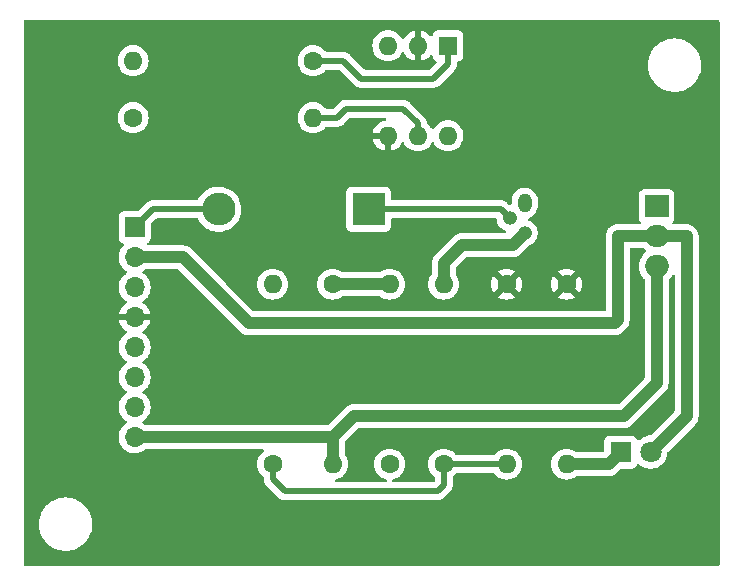
<source format=gtl>
%TF.GenerationSoftware,KiCad,Pcbnew,(6.0.8)*%
%TF.CreationDate,2022-11-03T15:18:16-07:00*%
%TF.ProjectId,TipBlaster_V2,54697042-6c61-4737-9465-725f56322e6b,rev?*%
%TF.SameCoordinates,Original*%
%TF.FileFunction,Copper,L1,Top*%
%TF.FilePolarity,Positive*%
%FSLAX46Y46*%
G04 Gerber Fmt 4.6, Leading zero omitted, Abs format (unit mm)*
G04 Created by KiCad (PCBNEW (6.0.8)) date 2022-11-03 15:18:16*
%MOMM*%
%LPD*%
G01*
G04 APERTURE LIST*
%TA.AperFunction,ComponentPad*%
%ADD10R,1.600000X1.600000*%
%TD*%
%TA.AperFunction,ComponentPad*%
%ADD11O,1.600000X1.600000*%
%TD*%
%TA.AperFunction,ComponentPad*%
%ADD12C,1.600000*%
%TD*%
%TA.AperFunction,ComponentPad*%
%ADD13R,2.000000X1.905000*%
%TD*%
%TA.AperFunction,ComponentPad*%
%ADD14O,2.000000X1.905000*%
%TD*%
%TA.AperFunction,ComponentPad*%
%ADD15O,1.200000X1.600000*%
%TD*%
%TA.AperFunction,ComponentPad*%
%ADD16O,1.200000X1.200000*%
%TD*%
%TA.AperFunction,ComponentPad*%
%ADD17R,1.700000X1.700000*%
%TD*%
%TA.AperFunction,ComponentPad*%
%ADD18O,1.700000X1.700000*%
%TD*%
%TA.AperFunction,ComponentPad*%
%ADD19R,1.800000X1.800000*%
%TD*%
%TA.AperFunction,ComponentPad*%
%ADD20C,1.800000*%
%TD*%
%TA.AperFunction,ComponentPad*%
%ADD21R,2.800000X2.800000*%
%TD*%
%TA.AperFunction,ComponentPad*%
%ADD22O,2.800000X2.800000*%
%TD*%
%TA.AperFunction,ViaPad*%
%ADD23C,0.800000*%
%TD*%
%TA.AperFunction,Conductor*%
%ADD24C,0.500000*%
%TD*%
%TA.AperFunction,Conductor*%
%ADD25C,1.000000*%
%TD*%
G04 APERTURE END LIST*
D10*
X123810000Y-59827000D03*
D11*
X121270000Y-59827000D03*
X118730000Y-59827000D03*
X118730000Y-67447000D03*
X121270000Y-67447000D03*
X123810000Y-67447000D03*
D12*
X133858000Y-80010000D03*
D11*
X133858000Y-95250000D03*
D12*
X128778000Y-80010000D03*
D11*
X128778000Y-95250000D03*
X123444000Y-80010000D03*
D12*
X123444000Y-95250000D03*
X118872000Y-95250000D03*
D11*
X118872000Y-80010000D03*
D12*
X114046000Y-80010000D03*
D11*
X114046000Y-95250000D03*
D12*
X108966000Y-95250000D03*
D11*
X108966000Y-80010000D03*
D12*
X97155000Y-65913000D03*
D11*
X112395000Y-65913000D03*
D12*
X112395000Y-61087000D03*
D11*
X97155000Y-61087000D03*
D13*
X141478000Y-73406000D03*
D14*
X141478000Y-75946000D03*
X141478000Y-78486000D03*
D15*
X130302000Y-73152000D03*
D16*
X129032000Y-74422000D03*
X130302000Y-75692000D03*
D17*
X97282000Y-75184000D03*
D18*
X97282000Y-77724000D03*
X97282000Y-80264000D03*
X97282000Y-82804000D03*
X97282000Y-85344000D03*
X97282000Y-87884000D03*
X97282000Y-90424000D03*
X97282000Y-92964000D03*
D19*
X138425000Y-94234000D03*
D20*
X140965000Y-94234000D03*
D21*
X117094000Y-73660000D03*
D22*
X104394000Y-73660000D03*
D23*
X125984000Y-93218000D03*
X145796000Y-85598000D03*
X116332000Y-94234000D03*
X111506000Y-81534000D03*
X136398000Y-80010000D03*
X126238000Y-80264000D03*
X120142000Y-76708000D03*
X136652000Y-73660000D03*
X104902000Y-58674000D03*
X122428000Y-64770000D03*
X90529372Y-60812184D03*
X96520000Y-96774000D03*
X103378000Y-76962000D03*
X102362000Y-84074000D03*
X102362000Y-89408000D03*
X138430000Y-87122000D03*
X143510000Y-100838000D03*
X134366000Y-100838000D03*
X122682000Y-100838000D03*
X112014000Y-100838000D03*
X100092583Y-100825726D03*
X108458000Y-69850000D03*
X98288671Y-69833468D03*
X142494000Y-68072000D03*
X134112000Y-66548000D03*
X132588000Y-60198000D03*
D24*
X98806000Y-73660000D02*
X97282000Y-75184000D01*
X104394000Y-73660000D02*
X98806000Y-73660000D01*
X128270000Y-73660000D02*
X129032000Y-74422000D01*
X117094000Y-73660000D02*
X128270000Y-73660000D01*
D25*
X114046000Y-92964000D02*
X97282000Y-92964000D01*
D24*
X121270000Y-66406000D02*
X121270000Y-67447000D01*
X120015000Y-65151000D02*
X121270000Y-66406000D01*
X115189000Y-65151000D02*
X120015000Y-65151000D01*
X114427000Y-65913000D02*
X115189000Y-65151000D01*
X112395000Y-65913000D02*
X114427000Y-65913000D01*
X122555000Y-62611000D02*
X123810000Y-61356000D01*
X123810000Y-61356000D02*
X123810000Y-59827000D01*
X116459000Y-62611000D02*
X122555000Y-62611000D01*
X114935000Y-61087000D02*
X116459000Y-62611000D01*
X112395000Y-61087000D02*
X114935000Y-61087000D01*
D25*
X99060000Y-77739000D02*
X99045000Y-77724000D01*
X99045000Y-77724000D02*
X97282000Y-77724000D01*
X106934000Y-83312000D02*
X101361000Y-77739000D01*
X138176000Y-83058000D02*
X137922000Y-83312000D01*
X137922000Y-83312000D02*
X106934000Y-83312000D01*
X138176000Y-75946000D02*
X138176000Y-83058000D01*
X141478000Y-75946000D02*
X138176000Y-75946000D01*
X101361000Y-77739000D02*
X99060000Y-77739000D01*
X115824000Y-91186000D02*
X114046000Y-92964000D01*
X141478000Y-88392000D02*
X138684000Y-91186000D01*
X138684000Y-91186000D02*
X115824000Y-91186000D01*
X141478000Y-78486000D02*
X141478000Y-88392000D01*
X114046000Y-95250000D02*
X114046000Y-92964000D01*
X137409000Y-95250000D02*
X138425000Y-94234000D01*
X133858000Y-95250000D02*
X137409000Y-95250000D01*
X144018000Y-91181000D02*
X140965000Y-94234000D01*
X144018000Y-75946000D02*
X144018000Y-91181000D01*
X141478000Y-75946000D02*
X144018000Y-75946000D01*
D24*
X123444000Y-97028000D02*
X123444000Y-95250000D01*
X122936000Y-97536000D02*
X123444000Y-97028000D01*
X108966000Y-96520000D02*
X109982000Y-97536000D01*
X108966000Y-95250000D02*
X108966000Y-96520000D01*
X109982000Y-97536000D02*
X122936000Y-97536000D01*
X128778000Y-95250000D02*
X123444000Y-95250000D01*
D25*
X124968000Y-76708000D02*
X129286000Y-76708000D01*
X123444000Y-78232000D02*
X124968000Y-76708000D01*
X129286000Y-76708000D02*
X130302000Y-75692000D01*
X123444000Y-80010000D02*
X123444000Y-78232000D01*
X114046000Y-80010000D02*
X118872000Y-80010000D01*
%TA.AperFunction,Conductor*%
G36*
X146753621Y-57678502D02*
G01*
X146800114Y-57732158D01*
X146811500Y-57784500D01*
X146811500Y-103759500D01*
X146791498Y-103827621D01*
X146737842Y-103874114D01*
X146685500Y-103885500D01*
X88010500Y-103885500D01*
X87942379Y-103865498D01*
X87895886Y-103811842D01*
X87884500Y-103759500D01*
X87884500Y-100377404D01*
X89176941Y-100377404D01*
X89203091Y-100676292D01*
X89204001Y-100680364D01*
X89204002Y-100680369D01*
X89267628Y-100965016D01*
X89268540Y-100969095D01*
X89372140Y-101250671D01*
X89374084Y-101254359D01*
X89374088Y-101254367D01*
X89470805Y-101437807D01*
X89512069Y-101516071D01*
X89685871Y-101760633D01*
X89890490Y-101980061D01*
X90122333Y-102170498D01*
X90377325Y-102328600D01*
X90650988Y-102451589D01*
X90825368Y-102503574D01*
X90934514Y-102536112D01*
X90934516Y-102536112D01*
X90938513Y-102537304D01*
X90942633Y-102537957D01*
X90942635Y-102537957D01*
X91061509Y-102556785D01*
X91234848Y-102584239D01*
X91277577Y-102586179D01*
X91327262Y-102588436D01*
X91327281Y-102588436D01*
X91328681Y-102588500D01*
X91516107Y-102588500D01*
X91739370Y-102573671D01*
X91743464Y-102572846D01*
X91743468Y-102572845D01*
X91884513Y-102544405D01*
X92033480Y-102514368D01*
X92317163Y-102416688D01*
X92320896Y-102414819D01*
X92320900Y-102414817D01*
X92581691Y-102284222D01*
X92581693Y-102284221D01*
X92585435Y-102282347D01*
X92833584Y-102113706D01*
X93057248Y-101913726D01*
X93059966Y-101910555D01*
X93249779Y-101689097D01*
X93249782Y-101689093D01*
X93252499Y-101685923D01*
X93254773Y-101682421D01*
X93254777Y-101682416D01*
X93413628Y-101437807D01*
X93413631Y-101437802D01*
X93415907Y-101434297D01*
X93544600Y-101163270D01*
X93636318Y-100877604D01*
X93689448Y-100582316D01*
X93703059Y-100282596D01*
X93676909Y-99983708D01*
X93632832Y-99786515D01*
X93612372Y-99694984D01*
X93612371Y-99694981D01*
X93611460Y-99690905D01*
X93507860Y-99409329D01*
X93505916Y-99405641D01*
X93505912Y-99405633D01*
X93369884Y-99147633D01*
X93369883Y-99147632D01*
X93367931Y-99143929D01*
X93194129Y-98899367D01*
X92989510Y-98679939D01*
X92757667Y-98489502D01*
X92502675Y-98331400D01*
X92229012Y-98208411D01*
X92015650Y-98144805D01*
X91945486Y-98123888D01*
X91945484Y-98123888D01*
X91941487Y-98122696D01*
X91937367Y-98122043D01*
X91937365Y-98122043D01*
X91762480Y-98094344D01*
X91645152Y-98075761D01*
X91602423Y-98073821D01*
X91552738Y-98071564D01*
X91552719Y-98071564D01*
X91551319Y-98071500D01*
X91363893Y-98071500D01*
X91140630Y-98086329D01*
X91136536Y-98087154D01*
X91136532Y-98087155D01*
X91043370Y-98105940D01*
X90846520Y-98145632D01*
X90562837Y-98243312D01*
X90559104Y-98245181D01*
X90559100Y-98245183D01*
X90298309Y-98375778D01*
X90294565Y-98377653D01*
X90046416Y-98546294D01*
X89822752Y-98746274D01*
X89820035Y-98749444D01*
X89820034Y-98749445D01*
X89694155Y-98896311D01*
X89627501Y-98974077D01*
X89625227Y-98977579D01*
X89625223Y-98977584D01*
X89514792Y-99147633D01*
X89464093Y-99225703D01*
X89335400Y-99496730D01*
X89243682Y-99782396D01*
X89190552Y-100077684D01*
X89176941Y-100377404D01*
X87884500Y-100377404D01*
X87884500Y-92930695D01*
X95919251Y-92930695D01*
X95919548Y-92935848D01*
X95919548Y-92935851D01*
X95921560Y-92970739D01*
X95932110Y-93153715D01*
X95933247Y-93158761D01*
X95933248Y-93158767D01*
X95941507Y-93195414D01*
X95981222Y-93371639D01*
X96065266Y-93578616D01*
X96181987Y-93769088D01*
X96328250Y-93937938D01*
X96500126Y-94080632D01*
X96693000Y-94193338D01*
X96901692Y-94273030D01*
X96906760Y-94274061D01*
X96906763Y-94274062D01*
X97014017Y-94295883D01*
X97120597Y-94317567D01*
X97125772Y-94317757D01*
X97125774Y-94317757D01*
X97338673Y-94325564D01*
X97338677Y-94325564D01*
X97343837Y-94325753D01*
X97348957Y-94325097D01*
X97348959Y-94325097D01*
X97560288Y-94298025D01*
X97560289Y-94298025D01*
X97565416Y-94297368D01*
X97570366Y-94295883D01*
X97774429Y-94234661D01*
X97774434Y-94234659D01*
X97779384Y-94233174D01*
X97979994Y-94134896D01*
X98161860Y-94005173D01*
X98164886Y-94002157D01*
X98229588Y-93973570D01*
X98245976Y-93972500D01*
X108109538Y-93972500D01*
X108177659Y-93992502D01*
X108224152Y-94046158D01*
X108234256Y-94116432D01*
X108204762Y-94181012D01*
X108181809Y-94201713D01*
X108126211Y-94240643D01*
X108126208Y-94240645D01*
X108121700Y-94243802D01*
X107959802Y-94405700D01*
X107828477Y-94593251D01*
X107826154Y-94598233D01*
X107826151Y-94598238D01*
X107755697Y-94749329D01*
X107731716Y-94800757D01*
X107672457Y-95021913D01*
X107652502Y-95250000D01*
X107672457Y-95478087D01*
X107673881Y-95483400D01*
X107673881Y-95483402D01*
X107717365Y-95645683D01*
X107731716Y-95699243D01*
X107734039Y-95704224D01*
X107734039Y-95704225D01*
X107826151Y-95901762D01*
X107826154Y-95901767D01*
X107828477Y-95906749D01*
X107959802Y-96094300D01*
X108121700Y-96256198D01*
X108153771Y-96278655D01*
X108198099Y-96334110D01*
X108207500Y-96381867D01*
X108207500Y-96452930D01*
X108206067Y-96471880D01*
X108203964Y-96485707D01*
X108202801Y-96493349D01*
X108203394Y-96500641D01*
X108203394Y-96500644D01*
X108207085Y-96546018D01*
X108207500Y-96556233D01*
X108207500Y-96564293D01*
X108209049Y-96577583D01*
X108210789Y-96592507D01*
X108211222Y-96596882D01*
X108215665Y-96651500D01*
X108217140Y-96669637D01*
X108219396Y-96676601D01*
X108220587Y-96682560D01*
X108221971Y-96688415D01*
X108222818Y-96695681D01*
X108247735Y-96764327D01*
X108249152Y-96768455D01*
X108271649Y-96837899D01*
X108275445Y-96844154D01*
X108277951Y-96849628D01*
X108280670Y-96855058D01*
X108283167Y-96861937D01*
X108287180Y-96868057D01*
X108287180Y-96868058D01*
X108323186Y-96922976D01*
X108325523Y-96926680D01*
X108363405Y-96989107D01*
X108367121Y-96993315D01*
X108367122Y-96993316D01*
X108370803Y-96997484D01*
X108370776Y-96997508D01*
X108373429Y-97000500D01*
X108376132Y-97003733D01*
X108380144Y-97009852D01*
X108385456Y-97014884D01*
X108436383Y-97063128D01*
X108438825Y-97065506D01*
X109398230Y-98024911D01*
X109410616Y-98039323D01*
X109419149Y-98050918D01*
X109419154Y-98050923D01*
X109423492Y-98056818D01*
X109429070Y-98061557D01*
X109429073Y-98061560D01*
X109463768Y-98091035D01*
X109471284Y-98097965D01*
X109476979Y-98103660D01*
X109479861Y-98105940D01*
X109499251Y-98121281D01*
X109502655Y-98124072D01*
X109552703Y-98166591D01*
X109558285Y-98171333D01*
X109564801Y-98174661D01*
X109569850Y-98178028D01*
X109574979Y-98181195D01*
X109580716Y-98185734D01*
X109646875Y-98216655D01*
X109650769Y-98218558D01*
X109715808Y-98251769D01*
X109722916Y-98253508D01*
X109728559Y-98255607D01*
X109734322Y-98257524D01*
X109740950Y-98260622D01*
X109748112Y-98262112D01*
X109748113Y-98262112D01*
X109812412Y-98275486D01*
X109816696Y-98276456D01*
X109887610Y-98293808D01*
X109893212Y-98294156D01*
X109893215Y-98294156D01*
X109898764Y-98294500D01*
X109898762Y-98294536D01*
X109902755Y-98294775D01*
X109906947Y-98295149D01*
X109914115Y-98296640D01*
X109991520Y-98294546D01*
X109994928Y-98294500D01*
X122868930Y-98294500D01*
X122887880Y-98295933D01*
X122902115Y-98298099D01*
X122902119Y-98298099D01*
X122909349Y-98299199D01*
X122916641Y-98298606D01*
X122916644Y-98298606D01*
X122962018Y-98294915D01*
X122972233Y-98294500D01*
X122980293Y-98294500D01*
X122997680Y-98292473D01*
X123008507Y-98291211D01*
X123012882Y-98290778D01*
X123078339Y-98285454D01*
X123078342Y-98285453D01*
X123085637Y-98284860D01*
X123092601Y-98282604D01*
X123098560Y-98281413D01*
X123104415Y-98280029D01*
X123111681Y-98279182D01*
X123180327Y-98254265D01*
X123184455Y-98252848D01*
X123246936Y-98232607D01*
X123246938Y-98232606D01*
X123253899Y-98230351D01*
X123260154Y-98226555D01*
X123265628Y-98224049D01*
X123271058Y-98221330D01*
X123277937Y-98218833D01*
X123295654Y-98207217D01*
X123338976Y-98178814D01*
X123342680Y-98176477D01*
X123405107Y-98138595D01*
X123413484Y-98131197D01*
X123413508Y-98131224D01*
X123416500Y-98128571D01*
X123419733Y-98125868D01*
X123425852Y-98121856D01*
X123479128Y-98065617D01*
X123481506Y-98063175D01*
X123932911Y-97611770D01*
X123947323Y-97599384D01*
X123958918Y-97590851D01*
X123958923Y-97590846D01*
X123964818Y-97586508D01*
X123969557Y-97580930D01*
X123969560Y-97580927D01*
X123999035Y-97546232D01*
X124005965Y-97538716D01*
X124011660Y-97533021D01*
X124029281Y-97510749D01*
X124032072Y-97507345D01*
X124074591Y-97457297D01*
X124074592Y-97457295D01*
X124079333Y-97451715D01*
X124082661Y-97445199D01*
X124086020Y-97440162D01*
X124089194Y-97435023D01*
X124093734Y-97429284D01*
X124124636Y-97363163D01*
X124126569Y-97359209D01*
X124130239Y-97352021D01*
X124159769Y-97294192D01*
X124161510Y-97287076D01*
X124163604Y-97281446D01*
X124165523Y-97275679D01*
X124168621Y-97269050D01*
X124183483Y-97197600D01*
X124184453Y-97193315D01*
X124200473Y-97127844D01*
X124201808Y-97122390D01*
X124202500Y-97111236D01*
X124202536Y-97111238D01*
X124202775Y-97107248D01*
X124203150Y-97103050D01*
X124204640Y-97095885D01*
X124202546Y-97018496D01*
X124202500Y-97015088D01*
X124202500Y-96381867D01*
X124222502Y-96313746D01*
X124256228Y-96278655D01*
X124288300Y-96256198D01*
X124450198Y-96094300D01*
X124472655Y-96062229D01*
X124528110Y-96017901D01*
X124575867Y-96008500D01*
X127646133Y-96008500D01*
X127714254Y-96028502D01*
X127749345Y-96062228D01*
X127771802Y-96094300D01*
X127933700Y-96256198D01*
X127938208Y-96259355D01*
X127938211Y-96259357D01*
X127997244Y-96300692D01*
X128121251Y-96387523D01*
X128126233Y-96389846D01*
X128126238Y-96389849D01*
X128281955Y-96462460D01*
X128328757Y-96484284D01*
X128334065Y-96485706D01*
X128334067Y-96485707D01*
X128544598Y-96542119D01*
X128544600Y-96542119D01*
X128549913Y-96543543D01*
X128778000Y-96563498D01*
X129006087Y-96543543D01*
X129011400Y-96542119D01*
X129011402Y-96542119D01*
X129221933Y-96485707D01*
X129221935Y-96485706D01*
X129227243Y-96484284D01*
X129274045Y-96462460D01*
X129429762Y-96389849D01*
X129429767Y-96389846D01*
X129434749Y-96387523D01*
X129558756Y-96300692D01*
X129617789Y-96259357D01*
X129617792Y-96259355D01*
X129622300Y-96256198D01*
X129784198Y-96094300D01*
X129915523Y-95906749D01*
X129917846Y-95901767D01*
X129917849Y-95901762D01*
X130009961Y-95704225D01*
X130009961Y-95704224D01*
X130012284Y-95699243D01*
X130026636Y-95645683D01*
X130070119Y-95483402D01*
X130070119Y-95483400D01*
X130071543Y-95478087D01*
X130091498Y-95250000D01*
X130071543Y-95021913D01*
X130012284Y-94800757D01*
X129988303Y-94749329D01*
X129917849Y-94598238D01*
X129917846Y-94598233D01*
X129915523Y-94593251D01*
X129784198Y-94405700D01*
X129622300Y-94243802D01*
X129617792Y-94240645D01*
X129617789Y-94240643D01*
X129470018Y-94137173D01*
X129434749Y-94112477D01*
X129429767Y-94110154D01*
X129429762Y-94110151D01*
X129232225Y-94018039D01*
X129232224Y-94018039D01*
X129227243Y-94015716D01*
X129221935Y-94014294D01*
X129221933Y-94014293D01*
X129011402Y-93957881D01*
X129011400Y-93957881D01*
X129006087Y-93956457D01*
X128778000Y-93936502D01*
X128549913Y-93956457D01*
X128544600Y-93957881D01*
X128544598Y-93957881D01*
X128334067Y-94014293D01*
X128334065Y-94014294D01*
X128328757Y-94015716D01*
X128323776Y-94018039D01*
X128323775Y-94018039D01*
X128126238Y-94110151D01*
X128126233Y-94110154D01*
X128121251Y-94112477D01*
X128085982Y-94137173D01*
X127938211Y-94240643D01*
X127938208Y-94240645D01*
X127933700Y-94243802D01*
X127771802Y-94405700D01*
X127749345Y-94437771D01*
X127693890Y-94482099D01*
X127646133Y-94491500D01*
X124575867Y-94491500D01*
X124507746Y-94471498D01*
X124472655Y-94437772D01*
X124450198Y-94405700D01*
X124288300Y-94243802D01*
X124283792Y-94240645D01*
X124283789Y-94240643D01*
X124136018Y-94137173D01*
X124100749Y-94112477D01*
X124095767Y-94110154D01*
X124095762Y-94110151D01*
X123898225Y-94018039D01*
X123898224Y-94018039D01*
X123893243Y-94015716D01*
X123887935Y-94014294D01*
X123887933Y-94014293D01*
X123677402Y-93957881D01*
X123677400Y-93957881D01*
X123672087Y-93956457D01*
X123444000Y-93936502D01*
X123215913Y-93956457D01*
X123210600Y-93957881D01*
X123210598Y-93957881D01*
X123000067Y-94014293D01*
X123000065Y-94014294D01*
X122994757Y-94015716D01*
X122989776Y-94018039D01*
X122989775Y-94018039D01*
X122792238Y-94110151D01*
X122792233Y-94110154D01*
X122787251Y-94112477D01*
X122751982Y-94137173D01*
X122604211Y-94240643D01*
X122604208Y-94240645D01*
X122599700Y-94243802D01*
X122437802Y-94405700D01*
X122306477Y-94593251D01*
X122304154Y-94598233D01*
X122304151Y-94598238D01*
X122233697Y-94749329D01*
X122209716Y-94800757D01*
X122150457Y-95021913D01*
X122130502Y-95250000D01*
X122150457Y-95478087D01*
X122151881Y-95483400D01*
X122151881Y-95483402D01*
X122195365Y-95645683D01*
X122209716Y-95699243D01*
X122212039Y-95704224D01*
X122212039Y-95704225D01*
X122304151Y-95901762D01*
X122304154Y-95901767D01*
X122306477Y-95906749D01*
X122437802Y-96094300D01*
X122599700Y-96256198D01*
X122631771Y-96278655D01*
X122676099Y-96334110D01*
X122685500Y-96381867D01*
X122685500Y-96651500D01*
X122665498Y-96719621D01*
X122611842Y-96766114D01*
X122559500Y-96777500D01*
X119184013Y-96777500D01*
X119115892Y-96757498D01*
X119069399Y-96703842D01*
X119059295Y-96633568D01*
X119088789Y-96568988D01*
X119151402Y-96529793D01*
X119315933Y-96485707D01*
X119315935Y-96485706D01*
X119321243Y-96484284D01*
X119368045Y-96462460D01*
X119523762Y-96389849D01*
X119523767Y-96389846D01*
X119528749Y-96387523D01*
X119652756Y-96300692D01*
X119711789Y-96259357D01*
X119711792Y-96259355D01*
X119716300Y-96256198D01*
X119878198Y-96094300D01*
X120009523Y-95906749D01*
X120011846Y-95901767D01*
X120011849Y-95901762D01*
X120103961Y-95704225D01*
X120103961Y-95704224D01*
X120106284Y-95699243D01*
X120120636Y-95645683D01*
X120164119Y-95483402D01*
X120164119Y-95483400D01*
X120165543Y-95478087D01*
X120185498Y-95250000D01*
X120165543Y-95021913D01*
X120106284Y-94800757D01*
X120082303Y-94749329D01*
X120011849Y-94598238D01*
X120011846Y-94598233D01*
X120009523Y-94593251D01*
X119878198Y-94405700D01*
X119716300Y-94243802D01*
X119711792Y-94240645D01*
X119711789Y-94240643D01*
X119564018Y-94137173D01*
X119528749Y-94112477D01*
X119523767Y-94110154D01*
X119523762Y-94110151D01*
X119326225Y-94018039D01*
X119326224Y-94018039D01*
X119321243Y-94015716D01*
X119315935Y-94014294D01*
X119315933Y-94014293D01*
X119105402Y-93957881D01*
X119105400Y-93957881D01*
X119100087Y-93956457D01*
X118872000Y-93936502D01*
X118643913Y-93956457D01*
X118638600Y-93957881D01*
X118638598Y-93957881D01*
X118428067Y-94014293D01*
X118428065Y-94014294D01*
X118422757Y-94015716D01*
X118417776Y-94018039D01*
X118417775Y-94018039D01*
X118220238Y-94110151D01*
X118220233Y-94110154D01*
X118215251Y-94112477D01*
X118179982Y-94137173D01*
X118032211Y-94240643D01*
X118032208Y-94240645D01*
X118027700Y-94243802D01*
X117865802Y-94405700D01*
X117734477Y-94593251D01*
X117732154Y-94598233D01*
X117732151Y-94598238D01*
X117661697Y-94749329D01*
X117637716Y-94800757D01*
X117578457Y-95021913D01*
X117558502Y-95250000D01*
X117578457Y-95478087D01*
X117579881Y-95483400D01*
X117579881Y-95483402D01*
X117623365Y-95645683D01*
X117637716Y-95699243D01*
X117640039Y-95704224D01*
X117640039Y-95704225D01*
X117732151Y-95901762D01*
X117732154Y-95901767D01*
X117734477Y-95906749D01*
X117865802Y-96094300D01*
X118027700Y-96256198D01*
X118032208Y-96259355D01*
X118032211Y-96259357D01*
X118091244Y-96300692D01*
X118215251Y-96387523D01*
X118220233Y-96389846D01*
X118220238Y-96389849D01*
X118375955Y-96462460D01*
X118422757Y-96484284D01*
X118428065Y-96485706D01*
X118428067Y-96485707D01*
X118592598Y-96529793D01*
X118653221Y-96566745D01*
X118684242Y-96630606D01*
X118675814Y-96701100D01*
X118630611Y-96755847D01*
X118559987Y-96777500D01*
X114358013Y-96777500D01*
X114289892Y-96757498D01*
X114243399Y-96703842D01*
X114233295Y-96633568D01*
X114262789Y-96568988D01*
X114325402Y-96529793D01*
X114489933Y-96485707D01*
X114489935Y-96485706D01*
X114495243Y-96484284D01*
X114542045Y-96462460D01*
X114697762Y-96389849D01*
X114697767Y-96389846D01*
X114702749Y-96387523D01*
X114826756Y-96300692D01*
X114885789Y-96259357D01*
X114885792Y-96259355D01*
X114890300Y-96256198D01*
X115052198Y-96094300D01*
X115183523Y-95906749D01*
X115185846Y-95901767D01*
X115185849Y-95901762D01*
X115277961Y-95704225D01*
X115277961Y-95704224D01*
X115280284Y-95699243D01*
X115294636Y-95645683D01*
X115338119Y-95483402D01*
X115338119Y-95483400D01*
X115339543Y-95478087D01*
X115359498Y-95250000D01*
X115339543Y-95021913D01*
X115280284Y-94800757D01*
X115256303Y-94749329D01*
X115185849Y-94598238D01*
X115185846Y-94598233D01*
X115183523Y-94593251D01*
X115077287Y-94441531D01*
X115054500Y-94369260D01*
X115054500Y-93433925D01*
X115074502Y-93365804D01*
X115091405Y-93344830D01*
X116204829Y-92231405D01*
X116267141Y-92197380D01*
X116293924Y-92194500D01*
X138622157Y-92194500D01*
X138635764Y-92195237D01*
X138667262Y-92198659D01*
X138667267Y-92198659D01*
X138673388Y-92199324D01*
X138699638Y-92197027D01*
X138723388Y-92194950D01*
X138728214Y-92194621D01*
X138730686Y-92194500D01*
X138733769Y-92194500D01*
X138745738Y-92193326D01*
X138776506Y-92190310D01*
X138777819Y-92190188D01*
X138822084Y-92186315D01*
X138870413Y-92182087D01*
X138875532Y-92180600D01*
X138880833Y-92180080D01*
X138969834Y-92153209D01*
X138970967Y-92152874D01*
X139054414Y-92128630D01*
X139054418Y-92128628D01*
X139060336Y-92126909D01*
X139065068Y-92124456D01*
X139070169Y-92122916D01*
X139108753Y-92102401D01*
X139152260Y-92079269D01*
X139153426Y-92078657D01*
X139230453Y-92038729D01*
X139235926Y-92035892D01*
X139240089Y-92032569D01*
X139244796Y-92030066D01*
X139316918Y-91971245D01*
X139317774Y-91970554D01*
X139356973Y-91939262D01*
X139359477Y-91936758D01*
X139360195Y-91936116D01*
X139364528Y-91932415D01*
X139398062Y-91905065D01*
X139427288Y-91869737D01*
X139435277Y-91860958D01*
X142147379Y-89148855D01*
X142157522Y-89139753D01*
X142182218Y-89119897D01*
X142187025Y-89116032D01*
X142219292Y-89077578D01*
X142222472Y-89073931D01*
X142224115Y-89072119D01*
X142226309Y-89069925D01*
X142253642Y-89036651D01*
X142254348Y-89035800D01*
X142281668Y-89003242D01*
X142314154Y-88964526D01*
X142316722Y-88959856D01*
X142320103Y-88955739D01*
X142364015Y-88873842D01*
X142364624Y-88872720D01*
X142406466Y-88796611D01*
X142406468Y-88796606D01*
X142409433Y-88791213D01*
X142411044Y-88786135D01*
X142413563Y-88781437D01*
X142440753Y-88692502D01*
X142441136Y-88691272D01*
X142467371Y-88608570D01*
X142469235Y-88602694D01*
X142469828Y-88597403D01*
X142471388Y-88592302D01*
X142480795Y-88499689D01*
X142480915Y-88498569D01*
X142486500Y-88448773D01*
X142486500Y-88445244D01*
X142486555Y-88444261D01*
X142487004Y-88438556D01*
X142490752Y-88401664D01*
X142490752Y-88401661D01*
X142491374Y-88395537D01*
X142487059Y-88349888D01*
X142486500Y-88338031D01*
X142486500Y-79642675D01*
X142506502Y-79574554D01*
X142527700Y-79549482D01*
X142593848Y-79489292D01*
X142593850Y-79489290D01*
X142597670Y-79485814D01*
X142600869Y-79481763D01*
X142600873Y-79481759D01*
X142743367Y-79301330D01*
X142743370Y-79301325D01*
X142746568Y-79297276D01*
X142749062Y-79292758D01*
X142749066Y-79292752D01*
X142773191Y-79249049D01*
X142823624Y-79199078D01*
X142893066Y-79184306D01*
X142959472Y-79209422D01*
X143001757Y-79266453D01*
X143009500Y-79309942D01*
X143009500Y-90711075D01*
X142989498Y-90779196D01*
X142972595Y-90800170D01*
X140985201Y-92787564D01*
X140922889Y-92821590D01*
X140894569Y-92824460D01*
X140879903Y-92824281D01*
X140871581Y-92824179D01*
X140871579Y-92824179D01*
X140866411Y-92824116D01*
X140637464Y-92859150D01*
X140417314Y-92931106D01*
X140412726Y-92933494D01*
X140412722Y-92933496D01*
X140216461Y-93035663D01*
X140211872Y-93038052D01*
X140207739Y-93041155D01*
X140207736Y-93041157D01*
X140030790Y-93174012D01*
X140026655Y-93177117D01*
X140009170Y-93195414D01*
X139947646Y-93230844D01*
X139876733Y-93227387D01*
X139818947Y-93186141D01*
X139800094Y-93152592D01*
X139778768Y-93095705D01*
X139778767Y-93095703D01*
X139775615Y-93087295D01*
X139688261Y-92970739D01*
X139571705Y-92883385D01*
X139435316Y-92832255D01*
X139373134Y-92825500D01*
X137476866Y-92825500D01*
X137414684Y-92832255D01*
X137278295Y-92883385D01*
X137161739Y-92970739D01*
X137074385Y-93087295D01*
X137023255Y-93223684D01*
X137016500Y-93285866D01*
X137016500Y-94115500D01*
X136996498Y-94183621D01*
X136942842Y-94230114D01*
X136890500Y-94241500D01*
X134738740Y-94241500D01*
X134666469Y-94218713D01*
X134656303Y-94211595D01*
X134514749Y-94112477D01*
X134509767Y-94110154D01*
X134509762Y-94110151D01*
X134312225Y-94018039D01*
X134312224Y-94018039D01*
X134307243Y-94015716D01*
X134301935Y-94014294D01*
X134301933Y-94014293D01*
X134091402Y-93957881D01*
X134091400Y-93957881D01*
X134086087Y-93956457D01*
X133858000Y-93936502D01*
X133629913Y-93956457D01*
X133624600Y-93957881D01*
X133624598Y-93957881D01*
X133414067Y-94014293D01*
X133414065Y-94014294D01*
X133408757Y-94015716D01*
X133403776Y-94018039D01*
X133403775Y-94018039D01*
X133206238Y-94110151D01*
X133206233Y-94110154D01*
X133201251Y-94112477D01*
X133165982Y-94137173D01*
X133018211Y-94240643D01*
X133018208Y-94240645D01*
X133013700Y-94243802D01*
X132851802Y-94405700D01*
X132720477Y-94593251D01*
X132718154Y-94598233D01*
X132718151Y-94598238D01*
X132647697Y-94749329D01*
X132623716Y-94800757D01*
X132564457Y-95021913D01*
X132544502Y-95250000D01*
X132564457Y-95478087D01*
X132565881Y-95483400D01*
X132565881Y-95483402D01*
X132609365Y-95645683D01*
X132623716Y-95699243D01*
X132626039Y-95704224D01*
X132626039Y-95704225D01*
X132718151Y-95901762D01*
X132718154Y-95901767D01*
X132720477Y-95906749D01*
X132851802Y-96094300D01*
X133013700Y-96256198D01*
X133018208Y-96259355D01*
X133018211Y-96259357D01*
X133077244Y-96300692D01*
X133201251Y-96387523D01*
X133206233Y-96389846D01*
X133206238Y-96389849D01*
X133361955Y-96462460D01*
X133408757Y-96484284D01*
X133414065Y-96485706D01*
X133414067Y-96485707D01*
X133624598Y-96542119D01*
X133624600Y-96542119D01*
X133629913Y-96543543D01*
X133858000Y-96563498D01*
X134086087Y-96543543D01*
X134091400Y-96542119D01*
X134091402Y-96542119D01*
X134301933Y-96485707D01*
X134301935Y-96485706D01*
X134307243Y-96484284D01*
X134354045Y-96462460D01*
X134509762Y-96389849D01*
X134509767Y-96389846D01*
X134514749Y-96387523D01*
X134666469Y-96281287D01*
X134738740Y-96258500D01*
X137347157Y-96258500D01*
X137360764Y-96259237D01*
X137392262Y-96262659D01*
X137392267Y-96262659D01*
X137398388Y-96263324D01*
X137424638Y-96261027D01*
X137448388Y-96258950D01*
X137453214Y-96258621D01*
X137455686Y-96258500D01*
X137458769Y-96258500D01*
X137470738Y-96257326D01*
X137501506Y-96254310D01*
X137502819Y-96254188D01*
X137547084Y-96250315D01*
X137595413Y-96246087D01*
X137600532Y-96244600D01*
X137605833Y-96244080D01*
X137694834Y-96217209D01*
X137695967Y-96216874D01*
X137779414Y-96192630D01*
X137779418Y-96192628D01*
X137785336Y-96190909D01*
X137790068Y-96188456D01*
X137795169Y-96186916D01*
X137800612Y-96184022D01*
X137877260Y-96143269D01*
X137878426Y-96142657D01*
X137955453Y-96102729D01*
X137960926Y-96099892D01*
X137965089Y-96096569D01*
X137969796Y-96094066D01*
X138041918Y-96035245D01*
X138042774Y-96034554D01*
X138081973Y-96003262D01*
X138084477Y-96000758D01*
X138085195Y-96000116D01*
X138089528Y-95996415D01*
X138123062Y-95969065D01*
X138152288Y-95933737D01*
X138160277Y-95924958D01*
X138405830Y-95679405D01*
X138468142Y-95645379D01*
X138494925Y-95642500D01*
X139373134Y-95642500D01*
X139435316Y-95635745D01*
X139571705Y-95584615D01*
X139688261Y-95497261D01*
X139775615Y-95380705D01*
X139800180Y-95315178D01*
X139842822Y-95258414D01*
X139909383Y-95233714D01*
X139978732Y-95248921D01*
X139998647Y-95262464D01*
X140063724Y-95316492D01*
X140154349Y-95391730D01*
X140354322Y-95508584D01*
X140570694Y-95591209D01*
X140575760Y-95592240D01*
X140575761Y-95592240D01*
X140628846Y-95603040D01*
X140797656Y-95637385D01*
X140927089Y-95642131D01*
X141023949Y-95645683D01*
X141023953Y-95645683D01*
X141029113Y-95645872D01*
X141034233Y-95645216D01*
X141034235Y-95645216D01*
X141108166Y-95635745D01*
X141258847Y-95616442D01*
X141263795Y-95614957D01*
X141263802Y-95614956D01*
X141475747Y-95551369D01*
X141480690Y-95549886D01*
X141561236Y-95510427D01*
X141684049Y-95450262D01*
X141684052Y-95450260D01*
X141688684Y-95447991D01*
X141877243Y-95313494D01*
X142041303Y-95150005D01*
X142176458Y-94961917D01*
X142253484Y-94806067D01*
X142276784Y-94758922D01*
X142276785Y-94758920D01*
X142279078Y-94754280D01*
X142346408Y-94532671D01*
X142376640Y-94303041D01*
X142376773Y-94297605D01*
X142376920Y-94297147D01*
X142376982Y-94296347D01*
X142377171Y-94296362D01*
X142398437Y-94229994D01*
X142413640Y-94211595D01*
X144687379Y-91937855D01*
X144697522Y-91928753D01*
X144722218Y-91908897D01*
X144727025Y-91905032D01*
X144759292Y-91866578D01*
X144762472Y-91862931D01*
X144764115Y-91861119D01*
X144766309Y-91858925D01*
X144793642Y-91825651D01*
X144794348Y-91824800D01*
X144806342Y-91810507D01*
X144854154Y-91753526D01*
X144856722Y-91748856D01*
X144860103Y-91744739D01*
X144903977Y-91662914D01*
X144904606Y-91661755D01*
X144946462Y-91585619D01*
X144946465Y-91585611D01*
X144949433Y-91580213D01*
X144951045Y-91575131D01*
X144953562Y-91570437D01*
X144980762Y-91481469D01*
X144981108Y-91480358D01*
X144984975Y-91468171D01*
X145009235Y-91391694D01*
X145009829Y-91386398D01*
X145011387Y-91381302D01*
X145020790Y-91288743D01*
X145020911Y-91287607D01*
X145026500Y-91237773D01*
X145026500Y-91234246D01*
X145026555Y-91233261D01*
X145027002Y-91227581D01*
X145031374Y-91184538D01*
X145027059Y-91138891D01*
X145026500Y-91127033D01*
X145026500Y-76005873D01*
X145027190Y-75992703D01*
X145030711Y-75959204D01*
X145030711Y-75959202D01*
X145031355Y-75953075D01*
X145026782Y-75902827D01*
X145026500Y-75898793D01*
X145026500Y-75896231D01*
X145025471Y-75885729D01*
X145022105Y-75851404D01*
X145022023Y-75850529D01*
X145018762Y-75814703D01*
X145013430Y-75756112D01*
X145012427Y-75752703D01*
X145012080Y-75749167D01*
X144984639Y-75658279D01*
X144984414Y-75657525D01*
X144957590Y-75566381D01*
X144955942Y-75563228D01*
X144954916Y-75559831D01*
X144910289Y-75475899D01*
X144909922Y-75475201D01*
X144907913Y-75471357D01*
X144865960Y-75391110D01*
X144863735Y-75388342D01*
X144862066Y-75385204D01*
X144843575Y-75362532D01*
X144802059Y-75311628D01*
X144801506Y-75310944D01*
X144745898Y-75241782D01*
X144745892Y-75241776D01*
X144742032Y-75236975D01*
X144739311Y-75234692D01*
X144737065Y-75231938D01*
X144731018Y-75226935D01*
X144667442Y-75174341D01*
X144663864Y-75171381D01*
X144663329Y-75170935D01*
X144626798Y-75140282D01*
X144595247Y-75113807D01*
X144595244Y-75113805D01*
X144590526Y-75109846D01*
X144587411Y-75108134D01*
X144584675Y-75105870D01*
X144501101Y-75060682D01*
X144500363Y-75060279D01*
X144495496Y-75057603D01*
X144417213Y-75014567D01*
X144413830Y-75013494D01*
X144410701Y-75011802D01*
X144319974Y-74983718D01*
X144319158Y-74983462D01*
X144318774Y-74983340D01*
X144287373Y-74973379D01*
X144234565Y-74956627D01*
X144234561Y-74956626D01*
X144228694Y-74954765D01*
X144225163Y-74954369D01*
X144221768Y-74953318D01*
X144127293Y-74943389D01*
X144126579Y-74943311D01*
X144074773Y-74937500D01*
X144072200Y-74937500D01*
X144068224Y-74937180D01*
X144031204Y-74933289D01*
X144031202Y-74933289D01*
X144025075Y-74932645D01*
X143979309Y-74936810D01*
X143977430Y-74936981D01*
X143966010Y-74937500D01*
X142927913Y-74937500D01*
X142859792Y-74917498D01*
X142813299Y-74863842D01*
X142803195Y-74793568D01*
X142832689Y-74728988D01*
X142835162Y-74726332D01*
X142841261Y-74721761D01*
X142928615Y-74605205D01*
X142979745Y-74468816D01*
X142986500Y-74406634D01*
X142986500Y-72405366D01*
X142979745Y-72343184D01*
X142928615Y-72206795D01*
X142841261Y-72090239D01*
X142724705Y-72002885D01*
X142588316Y-71951755D01*
X142526134Y-71945000D01*
X140429866Y-71945000D01*
X140367684Y-71951755D01*
X140231295Y-72002885D01*
X140114739Y-72090239D01*
X140027385Y-72206795D01*
X139976255Y-72343184D01*
X139969500Y-72405366D01*
X139969500Y-74406634D01*
X139976255Y-74468816D01*
X140027385Y-74605205D01*
X140114739Y-74721761D01*
X140118279Y-74724414D01*
X140151208Y-74784717D01*
X140146143Y-74855532D01*
X140103596Y-74912368D01*
X140037076Y-74937179D01*
X140028087Y-74937500D01*
X138235873Y-74937500D01*
X138222703Y-74936810D01*
X138189204Y-74933289D01*
X138189202Y-74933289D01*
X138183075Y-74932645D01*
X138132827Y-74937218D01*
X138128793Y-74937500D01*
X138126231Y-74937500D01*
X138123173Y-74937800D01*
X138123169Y-74937800D01*
X138081404Y-74941895D01*
X138080529Y-74941977D01*
X138067366Y-74943175D01*
X137986112Y-74950570D01*
X137982703Y-74951573D01*
X137979167Y-74951920D01*
X137888279Y-74979361D01*
X137887610Y-74979561D01*
X137796381Y-75006410D01*
X137793228Y-75008058D01*
X137789831Y-75009084D01*
X137784401Y-75011971D01*
X137784399Y-75011972D01*
X137760013Y-75024938D01*
X137705899Y-75053711D01*
X137705319Y-75054016D01*
X137621110Y-75098040D01*
X137618342Y-75100265D01*
X137615204Y-75101934D01*
X137605503Y-75109846D01*
X137541628Y-75161941D01*
X137540944Y-75162494D01*
X137471782Y-75218102D01*
X137471776Y-75218108D01*
X137466975Y-75221968D01*
X137464692Y-75224689D01*
X137461938Y-75226935D01*
X137458011Y-75231682D01*
X137458009Y-75231684D01*
X137434627Y-75259949D01*
X137402903Y-75298297D01*
X137401441Y-75300064D01*
X137400935Y-75300671D01*
X137339846Y-75373474D01*
X137338134Y-75376589D01*
X137335870Y-75379325D01*
X137330995Y-75388342D01*
X137290700Y-75462865D01*
X137290298Y-75463603D01*
X137244567Y-75546787D01*
X137243494Y-75550170D01*
X137241802Y-75553299D01*
X137236245Y-75571251D01*
X137213725Y-75644002D01*
X137213462Y-75644842D01*
X137192186Y-75711913D01*
X137184765Y-75735306D01*
X137184369Y-75738837D01*
X137183318Y-75742232D01*
X137175637Y-75815317D01*
X137173396Y-75836638D01*
X137173311Y-75837421D01*
X137167500Y-75889227D01*
X137167500Y-75891800D01*
X137167180Y-75895776D01*
X137162645Y-75938925D01*
X137163204Y-75945065D01*
X137166981Y-75986570D01*
X137167500Y-75997990D01*
X137167500Y-82177500D01*
X137147498Y-82245621D01*
X137093842Y-82292114D01*
X137041500Y-82303500D01*
X107403925Y-82303500D01*
X107335804Y-82283498D01*
X107314830Y-82266595D01*
X105058235Y-80010000D01*
X107652502Y-80010000D01*
X107672457Y-80238087D01*
X107673881Y-80243400D01*
X107673881Y-80243402D01*
X107711025Y-80382022D01*
X107731716Y-80459243D01*
X107734039Y-80464224D01*
X107734039Y-80464225D01*
X107826151Y-80661762D01*
X107826154Y-80661767D01*
X107828477Y-80666749D01*
X107959802Y-80854300D01*
X108121700Y-81016198D01*
X108126208Y-81019355D01*
X108126211Y-81019357D01*
X108202807Y-81072990D01*
X108309251Y-81147523D01*
X108314233Y-81149846D01*
X108314238Y-81149849D01*
X108494769Y-81234031D01*
X108516757Y-81244284D01*
X108522065Y-81245706D01*
X108522067Y-81245707D01*
X108732598Y-81302119D01*
X108732600Y-81302119D01*
X108737913Y-81303543D01*
X108966000Y-81323498D01*
X109194087Y-81303543D01*
X109199400Y-81302119D01*
X109199402Y-81302119D01*
X109409933Y-81245707D01*
X109409935Y-81245706D01*
X109415243Y-81244284D01*
X109437231Y-81234031D01*
X109617762Y-81149849D01*
X109617767Y-81149846D01*
X109622749Y-81147523D01*
X109729193Y-81072990D01*
X109805789Y-81019357D01*
X109805792Y-81019355D01*
X109810300Y-81016198D01*
X109972198Y-80854300D01*
X110103523Y-80666749D01*
X110105846Y-80661767D01*
X110105849Y-80661762D01*
X110197961Y-80464225D01*
X110197961Y-80464224D01*
X110200284Y-80459243D01*
X110220976Y-80382022D01*
X110258119Y-80243402D01*
X110258119Y-80243400D01*
X110259543Y-80238087D01*
X110279498Y-80010000D01*
X112732502Y-80010000D01*
X112752457Y-80238087D01*
X112753881Y-80243400D01*
X112753881Y-80243402D01*
X112791025Y-80382022D01*
X112811716Y-80459243D01*
X112814039Y-80464224D01*
X112814039Y-80464225D01*
X112906151Y-80661762D01*
X112906154Y-80661767D01*
X112908477Y-80666749D01*
X113039802Y-80854300D01*
X113201700Y-81016198D01*
X113206208Y-81019355D01*
X113206211Y-81019357D01*
X113282807Y-81072990D01*
X113389251Y-81147523D01*
X113394233Y-81149846D01*
X113394238Y-81149849D01*
X113574769Y-81234031D01*
X113596757Y-81244284D01*
X113602065Y-81245706D01*
X113602067Y-81245707D01*
X113812598Y-81302119D01*
X113812600Y-81302119D01*
X113817913Y-81303543D01*
X114046000Y-81323498D01*
X114274087Y-81303543D01*
X114279400Y-81302119D01*
X114279402Y-81302119D01*
X114489933Y-81245707D01*
X114489935Y-81245706D01*
X114495243Y-81244284D01*
X114517231Y-81234031D01*
X114697762Y-81149849D01*
X114697767Y-81149846D01*
X114702749Y-81147523D01*
X114854469Y-81041287D01*
X114926740Y-81018500D01*
X117991260Y-81018500D01*
X118063531Y-81041287D01*
X118215251Y-81147523D01*
X118220233Y-81149846D01*
X118220238Y-81149849D01*
X118400769Y-81234031D01*
X118422757Y-81244284D01*
X118428065Y-81245706D01*
X118428067Y-81245707D01*
X118638598Y-81302119D01*
X118638600Y-81302119D01*
X118643913Y-81303543D01*
X118872000Y-81323498D01*
X119100087Y-81303543D01*
X119105400Y-81302119D01*
X119105402Y-81302119D01*
X119315933Y-81245707D01*
X119315935Y-81245706D01*
X119321243Y-81244284D01*
X119343231Y-81234031D01*
X119523762Y-81149849D01*
X119523767Y-81149846D01*
X119528749Y-81147523D01*
X119635193Y-81072990D01*
X119711789Y-81019357D01*
X119711792Y-81019355D01*
X119716300Y-81016198D01*
X119878198Y-80854300D01*
X120009523Y-80666749D01*
X120011846Y-80661767D01*
X120011849Y-80661762D01*
X120103961Y-80464225D01*
X120103961Y-80464224D01*
X120106284Y-80459243D01*
X120126976Y-80382022D01*
X120164119Y-80243402D01*
X120164119Y-80243400D01*
X120165543Y-80238087D01*
X120185498Y-80010000D01*
X120165543Y-79781913D01*
X120128178Y-79642467D01*
X120107707Y-79566067D01*
X120107706Y-79566065D01*
X120106284Y-79560757D01*
X120101908Y-79551373D01*
X120011849Y-79358238D01*
X120011846Y-79358233D01*
X120009523Y-79353251D01*
X119878198Y-79165700D01*
X119716300Y-79003802D01*
X119711792Y-79000645D01*
X119711789Y-79000643D01*
X119585920Y-78912509D01*
X119528749Y-78872477D01*
X119523767Y-78870154D01*
X119523762Y-78870151D01*
X119326225Y-78778039D01*
X119326224Y-78778039D01*
X119321243Y-78775716D01*
X119315935Y-78774294D01*
X119315933Y-78774293D01*
X119105402Y-78717881D01*
X119105400Y-78717881D01*
X119100087Y-78716457D01*
X118872000Y-78696502D01*
X118643913Y-78716457D01*
X118638600Y-78717881D01*
X118638598Y-78717881D01*
X118428067Y-78774293D01*
X118428065Y-78774294D01*
X118422757Y-78775716D01*
X118417776Y-78778039D01*
X118417775Y-78778039D01*
X118220238Y-78870151D01*
X118220233Y-78870154D01*
X118215251Y-78872477D01*
X118099770Y-78953338D01*
X118063531Y-78978713D01*
X117991260Y-79001500D01*
X114926740Y-79001500D01*
X114854469Y-78978713D01*
X114818230Y-78953338D01*
X114702749Y-78872477D01*
X114697767Y-78870154D01*
X114697762Y-78870151D01*
X114500225Y-78778039D01*
X114500224Y-78778039D01*
X114495243Y-78775716D01*
X114489935Y-78774294D01*
X114489933Y-78774293D01*
X114279402Y-78717881D01*
X114279400Y-78717881D01*
X114274087Y-78716457D01*
X114046000Y-78696502D01*
X113817913Y-78716457D01*
X113812600Y-78717881D01*
X113812598Y-78717881D01*
X113602067Y-78774293D01*
X113602065Y-78774294D01*
X113596757Y-78775716D01*
X113591776Y-78778039D01*
X113591775Y-78778039D01*
X113394238Y-78870151D01*
X113394233Y-78870154D01*
X113389251Y-78872477D01*
X113332080Y-78912509D01*
X113206211Y-79000643D01*
X113206208Y-79000645D01*
X113201700Y-79003802D01*
X113039802Y-79165700D01*
X112908477Y-79353251D01*
X112906154Y-79358233D01*
X112906151Y-79358238D01*
X112816092Y-79551373D01*
X112811716Y-79560757D01*
X112810294Y-79566065D01*
X112810293Y-79566067D01*
X112789822Y-79642467D01*
X112752457Y-79781913D01*
X112732502Y-80010000D01*
X110279498Y-80010000D01*
X110259543Y-79781913D01*
X110222178Y-79642467D01*
X110201707Y-79566067D01*
X110201706Y-79566065D01*
X110200284Y-79560757D01*
X110195908Y-79551373D01*
X110105849Y-79358238D01*
X110105846Y-79358233D01*
X110103523Y-79353251D01*
X109972198Y-79165700D01*
X109810300Y-79003802D01*
X109805792Y-79000645D01*
X109805789Y-79000643D01*
X109679920Y-78912509D01*
X109622749Y-78872477D01*
X109617767Y-78870154D01*
X109617762Y-78870151D01*
X109420225Y-78778039D01*
X109420224Y-78778039D01*
X109415243Y-78775716D01*
X109409935Y-78774294D01*
X109409933Y-78774293D01*
X109199402Y-78717881D01*
X109199400Y-78717881D01*
X109194087Y-78716457D01*
X108966000Y-78696502D01*
X108737913Y-78716457D01*
X108732600Y-78717881D01*
X108732598Y-78717881D01*
X108522067Y-78774293D01*
X108522065Y-78774294D01*
X108516757Y-78775716D01*
X108511776Y-78778039D01*
X108511775Y-78778039D01*
X108314238Y-78870151D01*
X108314233Y-78870154D01*
X108309251Y-78872477D01*
X108252080Y-78912509D01*
X108126211Y-79000643D01*
X108126208Y-79000645D01*
X108121700Y-79003802D01*
X107959802Y-79165700D01*
X107828477Y-79353251D01*
X107826154Y-79358233D01*
X107826151Y-79358238D01*
X107736092Y-79551373D01*
X107731716Y-79560757D01*
X107730294Y-79566065D01*
X107730293Y-79566067D01*
X107709822Y-79642467D01*
X107672457Y-79781913D01*
X107652502Y-80010000D01*
X105058235Y-80010000D01*
X102117855Y-77069621D01*
X102108753Y-77059478D01*
X102088897Y-77034782D01*
X102085032Y-77029975D01*
X102046578Y-76997708D01*
X102042931Y-76994528D01*
X102041119Y-76992885D01*
X102038925Y-76990691D01*
X102005651Y-76963358D01*
X102004853Y-76962696D01*
X101933526Y-76902846D01*
X101928856Y-76900278D01*
X101924739Y-76896897D01*
X101842914Y-76853023D01*
X101841755Y-76852394D01*
X101765619Y-76810538D01*
X101765611Y-76810535D01*
X101760213Y-76807567D01*
X101755131Y-76805955D01*
X101750437Y-76803438D01*
X101661469Y-76776238D01*
X101660441Y-76775918D01*
X101571694Y-76747765D01*
X101566398Y-76747171D01*
X101561302Y-76745613D01*
X101468743Y-76736210D01*
X101467607Y-76736089D01*
X101433992Y-76732319D01*
X101421270Y-76730892D01*
X101421266Y-76730892D01*
X101417773Y-76730500D01*
X101414246Y-76730500D01*
X101413261Y-76730445D01*
X101407581Y-76729998D01*
X101378175Y-76727011D01*
X101370663Y-76726248D01*
X101370661Y-76726248D01*
X101364538Y-76725626D01*
X101322259Y-76729623D01*
X101318891Y-76729941D01*
X101307033Y-76730500D01*
X99250575Y-76730500D01*
X99237842Y-76729855D01*
X99212869Y-76727318D01*
X99152742Y-76721210D01*
X99151607Y-76721089D01*
X99117992Y-76717319D01*
X99105270Y-76715892D01*
X99105266Y-76715892D01*
X99101773Y-76715500D01*
X99098246Y-76715500D01*
X99097261Y-76715445D01*
X99091581Y-76714998D01*
X99062175Y-76712011D01*
X99054663Y-76711248D01*
X99054661Y-76711248D01*
X99048538Y-76710626D01*
X99006259Y-76714623D01*
X99002891Y-76714941D01*
X98991033Y-76715500D01*
X98446856Y-76715500D01*
X98378735Y-76695498D01*
X98332242Y-76641842D01*
X98322138Y-76571568D01*
X98351632Y-76506988D01*
X98378953Y-76484946D01*
X98378705Y-76484615D01*
X98488081Y-76402642D01*
X98495261Y-76397261D01*
X98582615Y-76280705D01*
X98633745Y-76144316D01*
X98640500Y-76082134D01*
X98640500Y-74950371D01*
X98660502Y-74882250D01*
X98677405Y-74861276D01*
X99083276Y-74455405D01*
X99145588Y-74421379D01*
X99172371Y-74418500D01*
X102561510Y-74418500D01*
X102629631Y-74438502D01*
X102674222Y-74488180D01*
X102702364Y-74544500D01*
X102730972Y-74601753D01*
X102747078Y-74633987D01*
X102749607Y-74637646D01*
X102861026Y-74798856D01*
X102900744Y-74856324D01*
X102990405Y-74953318D01*
X103049767Y-75017535D01*
X103084205Y-75054790D01*
X103087659Y-75057602D01*
X103087660Y-75057603D01*
X103146115Y-75105193D01*
X103293799Y-75225427D01*
X103297617Y-75227726D01*
X103297619Y-75227727D01*
X103417770Y-75300064D01*
X103525346Y-75364830D01*
X103529441Y-75366564D01*
X103529443Y-75366565D01*
X103770124Y-75468480D01*
X103770131Y-75468482D01*
X103774225Y-75470216D01*
X103845544Y-75489126D01*
X104031172Y-75538345D01*
X104031177Y-75538346D01*
X104035469Y-75539484D01*
X104039878Y-75540006D01*
X104039884Y-75540007D01*
X104179313Y-75556509D01*
X104303868Y-75571251D01*
X104574064Y-75564883D01*
X104578459Y-75564151D01*
X104578464Y-75564151D01*
X104836267Y-75521241D01*
X104836271Y-75521240D01*
X104840669Y-75520508D01*
X105039165Y-75457732D01*
X105094114Y-75440354D01*
X105094116Y-75440353D01*
X105098360Y-75439011D01*
X105102371Y-75437085D01*
X105102376Y-75437083D01*
X105337979Y-75323948D01*
X105337980Y-75323947D01*
X105341998Y-75322018D01*
X105476812Y-75231938D01*
X105563013Y-75174341D01*
X105563017Y-75174338D01*
X105566721Y-75171863D01*
X105570038Y-75168892D01*
X105570042Y-75168889D01*
X105637873Y-75108134D01*
X115185500Y-75108134D01*
X115192255Y-75170316D01*
X115243385Y-75306705D01*
X115330739Y-75423261D01*
X115447295Y-75510615D01*
X115583684Y-75561745D01*
X115645866Y-75568500D01*
X118542134Y-75568500D01*
X118604316Y-75561745D01*
X118740705Y-75510615D01*
X118857261Y-75423261D01*
X118944615Y-75306705D01*
X118995745Y-75170316D01*
X119002500Y-75108134D01*
X119002500Y-74544500D01*
X119022502Y-74476379D01*
X119076158Y-74429886D01*
X119128500Y-74418500D01*
X127802801Y-74418500D01*
X127870922Y-74438502D01*
X127917415Y-74492158D01*
X127928531Y-74536258D01*
X127929514Y-74551247D01*
X127932457Y-74596151D01*
X127982605Y-74793610D01*
X128067898Y-74978624D01*
X128185479Y-75144997D01*
X128219065Y-75177715D01*
X128283987Y-75240959D01*
X128331410Y-75287157D01*
X128336206Y-75290362D01*
X128336209Y-75290364D01*
X128444216Y-75362532D01*
X128500803Y-75400342D01*
X128506106Y-75402620D01*
X128506109Y-75402622D01*
X128634381Y-75457732D01*
X128689074Y-75503001D01*
X128710611Y-75570652D01*
X128692154Y-75639207D01*
X128639563Y-75686901D01*
X128584643Y-75699500D01*
X125029840Y-75699500D01*
X125016232Y-75698763D01*
X124984736Y-75695341D01*
X124984732Y-75695341D01*
X124978611Y-75694676D01*
X124960611Y-75696251D01*
X124928609Y-75699050D01*
X124923784Y-75699379D01*
X124921313Y-75699500D01*
X124918231Y-75699500D01*
X124895763Y-75701703D01*
X124875489Y-75703691D01*
X124874174Y-75703813D01*
X124841913Y-75706636D01*
X124781587Y-75711913D01*
X124776468Y-75713400D01*
X124771167Y-75713920D01*
X124682133Y-75740801D01*
X124681000Y-75741136D01*
X124597578Y-75765373D01*
X124597574Y-75765375D01*
X124591663Y-75767092D01*
X124586934Y-75769543D01*
X124581831Y-75771084D01*
X124499669Y-75814770D01*
X124498627Y-75815317D01*
X124421545Y-75855272D01*
X124416074Y-75858108D01*
X124411911Y-75861431D01*
X124407204Y-75863934D01*
X124402430Y-75867828D01*
X124402428Y-75867829D01*
X124335105Y-75922737D01*
X124334160Y-75923500D01*
X124295027Y-75954739D01*
X124292536Y-75957230D01*
X124291809Y-75957880D01*
X124287463Y-75961592D01*
X124268588Y-75976987D01*
X124253938Y-75988935D01*
X124250015Y-75993677D01*
X124250013Y-75993679D01*
X124224703Y-76024273D01*
X124216713Y-76033053D01*
X122774621Y-77475145D01*
X122764478Y-77484247D01*
X122734975Y-77507968D01*
X122702709Y-77546421D01*
X122699528Y-77550069D01*
X122697885Y-77551881D01*
X122695691Y-77554075D01*
X122668358Y-77587349D01*
X122667696Y-77588147D01*
X122607846Y-77659474D01*
X122605278Y-77664144D01*
X122601897Y-77668261D01*
X122575637Y-77717237D01*
X122558023Y-77750086D01*
X122557394Y-77751245D01*
X122515538Y-77827381D01*
X122515535Y-77827389D01*
X122512567Y-77832787D01*
X122510955Y-77837869D01*
X122508438Y-77842563D01*
X122481238Y-77931531D01*
X122480918Y-77932559D01*
X122452765Y-78021306D01*
X122452171Y-78026602D01*
X122450613Y-78031698D01*
X122441988Y-78116611D01*
X122441218Y-78124187D01*
X122441089Y-78125393D01*
X122435500Y-78175227D01*
X122435500Y-78178754D01*
X122435445Y-78179739D01*
X122434998Y-78185419D01*
X122430626Y-78228462D01*
X122431206Y-78234593D01*
X122434941Y-78274109D01*
X122435500Y-78285967D01*
X122435500Y-79129260D01*
X122412713Y-79201531D01*
X122306477Y-79353251D01*
X122304154Y-79358233D01*
X122304151Y-79358238D01*
X122214092Y-79551373D01*
X122209716Y-79560757D01*
X122208294Y-79566065D01*
X122208293Y-79566067D01*
X122187822Y-79642467D01*
X122150457Y-79781913D01*
X122130502Y-80010000D01*
X122150457Y-80238087D01*
X122151881Y-80243400D01*
X122151881Y-80243402D01*
X122189025Y-80382022D01*
X122209716Y-80459243D01*
X122212039Y-80464224D01*
X122212039Y-80464225D01*
X122304151Y-80661762D01*
X122304154Y-80661767D01*
X122306477Y-80666749D01*
X122437802Y-80854300D01*
X122599700Y-81016198D01*
X122604208Y-81019355D01*
X122604211Y-81019357D01*
X122680807Y-81072990D01*
X122787251Y-81147523D01*
X122792233Y-81149846D01*
X122792238Y-81149849D01*
X122972769Y-81234031D01*
X122994757Y-81244284D01*
X123000065Y-81245706D01*
X123000067Y-81245707D01*
X123210598Y-81302119D01*
X123210600Y-81302119D01*
X123215913Y-81303543D01*
X123444000Y-81323498D01*
X123672087Y-81303543D01*
X123677400Y-81302119D01*
X123677402Y-81302119D01*
X123887933Y-81245707D01*
X123887935Y-81245706D01*
X123893243Y-81244284D01*
X123915231Y-81234031D01*
X124095762Y-81149849D01*
X124095767Y-81149846D01*
X124100749Y-81147523D01*
X124174243Y-81096062D01*
X128056493Y-81096062D01*
X128065789Y-81108077D01*
X128116994Y-81143931D01*
X128126489Y-81149414D01*
X128323947Y-81241490D01*
X128334239Y-81245236D01*
X128544688Y-81301625D01*
X128555481Y-81303528D01*
X128772525Y-81322517D01*
X128783475Y-81322517D01*
X129000519Y-81303528D01*
X129011312Y-81301625D01*
X129221761Y-81245236D01*
X129232053Y-81241490D01*
X129429511Y-81149414D01*
X129439006Y-81143931D01*
X129491048Y-81107491D01*
X129499424Y-81097012D01*
X129498925Y-81096062D01*
X133136493Y-81096062D01*
X133145789Y-81108077D01*
X133196994Y-81143931D01*
X133206489Y-81149414D01*
X133403947Y-81241490D01*
X133414239Y-81245236D01*
X133624688Y-81301625D01*
X133635481Y-81303528D01*
X133852525Y-81322517D01*
X133863475Y-81322517D01*
X134080519Y-81303528D01*
X134091312Y-81301625D01*
X134301761Y-81245236D01*
X134312053Y-81241490D01*
X134509511Y-81149414D01*
X134519006Y-81143931D01*
X134571048Y-81107491D01*
X134579424Y-81097012D01*
X134572356Y-81083566D01*
X133870812Y-80382022D01*
X133856868Y-80374408D01*
X133855035Y-80374539D01*
X133848420Y-80378790D01*
X133142923Y-81084287D01*
X133136493Y-81096062D01*
X129498925Y-81096062D01*
X129492356Y-81083566D01*
X128790812Y-80382022D01*
X128776868Y-80374408D01*
X128775035Y-80374539D01*
X128768420Y-80378790D01*
X128062923Y-81084287D01*
X128056493Y-81096062D01*
X124174243Y-81096062D01*
X124207193Y-81072990D01*
X124283789Y-81019357D01*
X124283792Y-81019355D01*
X124288300Y-81016198D01*
X124450198Y-80854300D01*
X124581523Y-80666749D01*
X124583846Y-80661767D01*
X124583849Y-80661762D01*
X124675961Y-80464225D01*
X124675961Y-80464224D01*
X124678284Y-80459243D01*
X124698976Y-80382022D01*
X124736119Y-80243402D01*
X124736119Y-80243400D01*
X124737543Y-80238087D01*
X124757019Y-80015475D01*
X127465483Y-80015475D01*
X127484472Y-80232519D01*
X127486375Y-80243312D01*
X127542764Y-80453761D01*
X127546510Y-80464053D01*
X127638586Y-80661511D01*
X127644069Y-80671006D01*
X127680509Y-80723048D01*
X127690988Y-80731424D01*
X127704434Y-80724356D01*
X128405978Y-80022812D01*
X128412356Y-80011132D01*
X129142408Y-80011132D01*
X129142539Y-80012965D01*
X129146790Y-80019580D01*
X129852287Y-80725077D01*
X129864062Y-80731507D01*
X129876077Y-80722211D01*
X129911931Y-80671006D01*
X129917414Y-80661511D01*
X130009490Y-80464053D01*
X130013236Y-80453761D01*
X130069625Y-80243312D01*
X130071528Y-80232519D01*
X130090517Y-80015475D01*
X132545483Y-80015475D01*
X132564472Y-80232519D01*
X132566375Y-80243312D01*
X132622764Y-80453761D01*
X132626510Y-80464053D01*
X132718586Y-80661511D01*
X132724069Y-80671006D01*
X132760509Y-80723048D01*
X132770988Y-80731424D01*
X132784434Y-80724356D01*
X133485978Y-80022812D01*
X133492356Y-80011132D01*
X134222408Y-80011132D01*
X134222539Y-80012965D01*
X134226790Y-80019580D01*
X134932287Y-80725077D01*
X134944062Y-80731507D01*
X134956077Y-80722211D01*
X134991931Y-80671006D01*
X134997414Y-80661511D01*
X135089490Y-80464053D01*
X135093236Y-80453761D01*
X135149625Y-80243312D01*
X135151528Y-80232519D01*
X135170517Y-80015475D01*
X135170517Y-80004525D01*
X135151528Y-79787481D01*
X135149625Y-79776688D01*
X135093236Y-79566239D01*
X135089490Y-79555947D01*
X134997414Y-79358489D01*
X134991931Y-79348994D01*
X134955491Y-79296952D01*
X134945012Y-79288576D01*
X134931566Y-79295644D01*
X134230022Y-79997188D01*
X134222408Y-80011132D01*
X133492356Y-80011132D01*
X133493592Y-80008868D01*
X133493461Y-80007035D01*
X133489210Y-80000420D01*
X132783713Y-79294923D01*
X132771938Y-79288493D01*
X132759923Y-79297789D01*
X132724069Y-79348994D01*
X132718586Y-79358489D01*
X132626510Y-79555947D01*
X132622764Y-79566239D01*
X132566375Y-79776688D01*
X132564472Y-79787481D01*
X132545483Y-80004525D01*
X132545483Y-80015475D01*
X130090517Y-80015475D01*
X130090517Y-80004525D01*
X130071528Y-79787481D01*
X130069625Y-79776688D01*
X130013236Y-79566239D01*
X130009490Y-79555947D01*
X129917414Y-79358489D01*
X129911931Y-79348994D01*
X129875491Y-79296952D01*
X129865012Y-79288576D01*
X129851566Y-79295644D01*
X129150022Y-79997188D01*
X129142408Y-80011132D01*
X128412356Y-80011132D01*
X128413592Y-80008868D01*
X128413461Y-80007035D01*
X128409210Y-80000420D01*
X127703713Y-79294923D01*
X127691938Y-79288493D01*
X127679923Y-79297789D01*
X127644069Y-79348994D01*
X127638586Y-79358489D01*
X127546510Y-79555947D01*
X127542764Y-79566239D01*
X127486375Y-79776688D01*
X127484472Y-79787481D01*
X127465483Y-80004525D01*
X127465483Y-80015475D01*
X124757019Y-80015475D01*
X124757498Y-80010000D01*
X124737543Y-79781913D01*
X124700178Y-79642467D01*
X124679707Y-79566067D01*
X124679706Y-79566065D01*
X124678284Y-79560757D01*
X124673908Y-79551373D01*
X124583849Y-79358238D01*
X124583846Y-79358233D01*
X124581523Y-79353251D01*
X124475287Y-79201531D01*
X124452500Y-79129260D01*
X124452500Y-78922988D01*
X128056576Y-78922988D01*
X128063644Y-78936434D01*
X128765188Y-79637978D01*
X128779132Y-79645592D01*
X128780965Y-79645461D01*
X128787580Y-79641210D01*
X129493077Y-78935713D01*
X129499507Y-78923938D01*
X129498772Y-78922988D01*
X133136576Y-78922988D01*
X133143644Y-78936434D01*
X133845188Y-79637978D01*
X133859132Y-79645592D01*
X133860965Y-79645461D01*
X133867580Y-79641210D01*
X134573077Y-78935713D01*
X134579507Y-78923938D01*
X134570211Y-78911923D01*
X134519006Y-78876069D01*
X134509511Y-78870586D01*
X134312053Y-78778510D01*
X134301761Y-78774764D01*
X134091312Y-78718375D01*
X134080519Y-78716472D01*
X133863475Y-78697483D01*
X133852525Y-78697483D01*
X133635481Y-78716472D01*
X133624688Y-78718375D01*
X133414239Y-78774764D01*
X133403947Y-78778510D01*
X133206489Y-78870586D01*
X133196994Y-78876069D01*
X133144952Y-78912509D01*
X133136576Y-78922988D01*
X129498772Y-78922988D01*
X129490211Y-78911923D01*
X129439006Y-78876069D01*
X129429511Y-78870586D01*
X129232053Y-78778510D01*
X129221761Y-78774764D01*
X129011312Y-78718375D01*
X129000519Y-78716472D01*
X128783475Y-78697483D01*
X128772525Y-78697483D01*
X128555481Y-78716472D01*
X128544688Y-78718375D01*
X128334239Y-78774764D01*
X128323947Y-78778510D01*
X128126489Y-78870586D01*
X128116994Y-78876069D01*
X128064952Y-78912509D01*
X128056576Y-78922988D01*
X124452500Y-78922988D01*
X124452500Y-78701925D01*
X124472502Y-78633804D01*
X124489405Y-78612830D01*
X125348830Y-77753405D01*
X125411142Y-77719379D01*
X125437925Y-77716500D01*
X129224157Y-77716500D01*
X129237764Y-77717237D01*
X129269262Y-77720659D01*
X129269267Y-77720659D01*
X129275388Y-77721324D01*
X129301638Y-77719027D01*
X129325388Y-77716950D01*
X129330214Y-77716621D01*
X129332686Y-77716500D01*
X129335769Y-77716500D01*
X129347738Y-77715326D01*
X129378506Y-77712310D01*
X129379819Y-77712188D01*
X129424084Y-77708315D01*
X129472413Y-77704087D01*
X129477532Y-77702600D01*
X129482833Y-77702080D01*
X129571834Y-77675209D01*
X129572967Y-77674874D01*
X129656414Y-77650630D01*
X129656418Y-77650628D01*
X129662336Y-77648909D01*
X129667068Y-77646456D01*
X129672169Y-77644916D01*
X129677612Y-77642022D01*
X129754260Y-77601269D01*
X129755426Y-77600657D01*
X129832453Y-77560729D01*
X129837926Y-77557892D01*
X129842089Y-77554569D01*
X129846796Y-77552066D01*
X129918918Y-77493245D01*
X129919774Y-77492554D01*
X129958973Y-77461262D01*
X129961477Y-77458758D01*
X129962195Y-77458116D01*
X129966528Y-77454415D01*
X130000062Y-77427065D01*
X130029291Y-77391733D01*
X130037272Y-77382963D01*
X130350614Y-77069621D01*
X130668066Y-76752168D01*
X130716661Y-76721950D01*
X130749327Y-76710862D01*
X130749332Y-76710860D01*
X130754799Y-76709004D01*
X130762601Y-76704635D01*
X130882053Y-76637738D01*
X130932551Y-76609458D01*
X131089186Y-76479186D01*
X131219458Y-76322551D01*
X131319004Y-76144799D01*
X131320860Y-76139332D01*
X131320862Y-76139327D01*
X131382634Y-75957352D01*
X131382635Y-75957347D01*
X131384490Y-75951883D01*
X131413723Y-75750263D01*
X131415249Y-75692000D01*
X131402852Y-75557078D01*
X131397137Y-75494880D01*
X131397136Y-75494877D01*
X131396608Y-75489126D01*
X131389308Y-75463242D01*
X131342875Y-75298606D01*
X131342874Y-75298604D01*
X131341307Y-75293047D01*
X131338403Y-75287157D01*
X131253756Y-75115510D01*
X131251201Y-75110329D01*
X131246589Y-75104152D01*
X131132758Y-74951715D01*
X131132758Y-74951714D01*
X131129305Y-74947091D01*
X130979703Y-74808800D01*
X130933675Y-74779759D01*
X130812288Y-74703169D01*
X130812283Y-74703167D01*
X130807404Y-74700088D01*
X130658342Y-74640618D01*
X130602482Y-74596797D01*
X130579182Y-74529733D01*
X130595838Y-74460718D01*
X130647162Y-74411663D01*
X130661078Y-74405708D01*
X130664534Y-74404875D01*
X130669989Y-74402395D01*
X130669994Y-74402393D01*
X130792823Y-74346545D01*
X130857087Y-74317326D01*
X131029611Y-74194946D01*
X131175881Y-74042150D01*
X131290620Y-73864452D01*
X131369686Y-73668263D01*
X131410228Y-73460663D01*
X131410500Y-73455101D01*
X131410500Y-72899154D01*
X131395452Y-72741434D01*
X131335908Y-72538466D01*
X131282368Y-72434511D01*
X131241804Y-72355751D01*
X131241802Y-72355748D01*
X131239058Y-72350420D01*
X131108396Y-72184080D01*
X131103865Y-72180148D01*
X131103862Y-72180145D01*
X130953167Y-72049379D01*
X130948637Y-72045448D01*
X130943451Y-72042448D01*
X130943447Y-72042445D01*
X130770742Y-71942533D01*
X130765546Y-71939527D01*
X130565729Y-71870139D01*
X130559794Y-71869278D01*
X130559792Y-71869278D01*
X130362336Y-71840648D01*
X130362333Y-71840648D01*
X130356396Y-71839787D01*
X130145101Y-71849567D01*
X130013923Y-71881181D01*
X129945299Y-71897719D01*
X129945297Y-71897720D01*
X129939466Y-71899125D01*
X129934008Y-71901607D01*
X129934004Y-71901608D01*
X129838570Y-71945000D01*
X129746913Y-71986674D01*
X129574389Y-72109054D01*
X129428119Y-72261850D01*
X129313380Y-72439548D01*
X129234314Y-72635737D01*
X129193772Y-72843337D01*
X129193500Y-72848899D01*
X129193500Y-73187780D01*
X129173498Y-73255901D01*
X129119842Y-73302394D01*
X129065851Y-73313769D01*
X129046752Y-73313519D01*
X128978899Y-73292627D01*
X128959306Y-73276625D01*
X128853770Y-73171089D01*
X128841384Y-73156677D01*
X128832851Y-73145082D01*
X128832846Y-73145077D01*
X128828508Y-73139182D01*
X128822930Y-73134443D01*
X128822927Y-73134440D01*
X128788232Y-73104965D01*
X128780716Y-73098035D01*
X128775021Y-73092340D01*
X128768880Y-73087482D01*
X128752749Y-73074719D01*
X128749345Y-73071928D01*
X128699297Y-73029409D01*
X128699295Y-73029408D01*
X128693715Y-73024667D01*
X128687199Y-73021339D01*
X128682150Y-73017972D01*
X128677021Y-73014805D01*
X128671284Y-73010266D01*
X128605125Y-72979345D01*
X128601225Y-72977439D01*
X128536192Y-72944231D01*
X128529084Y-72942492D01*
X128523441Y-72940393D01*
X128517678Y-72938476D01*
X128511050Y-72935378D01*
X128439583Y-72920513D01*
X128435299Y-72919543D01*
X128400958Y-72911140D01*
X128364390Y-72902192D01*
X128358788Y-72901844D01*
X128358785Y-72901844D01*
X128353236Y-72901500D01*
X128353238Y-72901464D01*
X128349245Y-72901225D01*
X128345053Y-72900851D01*
X128337885Y-72899360D01*
X128274120Y-72901085D01*
X128260479Y-72901454D01*
X128257072Y-72901500D01*
X119128500Y-72901500D01*
X119060379Y-72881498D01*
X119013886Y-72827842D01*
X119002500Y-72775500D01*
X119002500Y-72211866D01*
X118995745Y-72149684D01*
X118944615Y-72013295D01*
X118857261Y-71896739D01*
X118740705Y-71809385D01*
X118604316Y-71758255D01*
X118542134Y-71751500D01*
X115645866Y-71751500D01*
X115583684Y-71758255D01*
X115447295Y-71809385D01*
X115330739Y-71896739D01*
X115243385Y-72013295D01*
X115192255Y-72149684D01*
X115185500Y-72211866D01*
X115185500Y-75108134D01*
X105637873Y-75108134D01*
X105764729Y-74994512D01*
X105768045Y-74991542D01*
X105941953Y-74784654D01*
X105976670Y-74728988D01*
X106082614Y-74559111D01*
X106082615Y-74559109D01*
X106084975Y-74555325D01*
X106093405Y-74536258D01*
X106125255Y-74464213D01*
X106194258Y-74308133D01*
X106267620Y-74048008D01*
X106292275Y-73864452D01*
X106303172Y-73783324D01*
X106303173Y-73783316D01*
X106303599Y-73780142D01*
X106303700Y-73776931D01*
X106307274Y-73663222D01*
X106307274Y-73663217D01*
X106307375Y-73660000D01*
X106288287Y-73390403D01*
X106231402Y-73126185D01*
X106223574Y-73104965D01*
X106139397Y-72876796D01*
X106137856Y-72872619D01*
X106111038Y-72822916D01*
X106011629Y-72638678D01*
X106011629Y-72638677D01*
X106009516Y-72634762D01*
X105848942Y-72417362D01*
X105768637Y-72335785D01*
X105662469Y-72227937D01*
X105659338Y-72224756D01*
X105507732Y-72109054D01*
X105448028Y-72063489D01*
X105448024Y-72063487D01*
X105444487Y-72060787D01*
X105208675Y-71928727D01*
X104956609Y-71831210D01*
X104952284Y-71830207D01*
X104952279Y-71830206D01*
X104846748Y-71805746D01*
X104693318Y-71770182D01*
X104424054Y-71746861D01*
X104419619Y-71747105D01*
X104419615Y-71747105D01*
X104158634Y-71761468D01*
X104158627Y-71761469D01*
X104154191Y-71761713D01*
X104022622Y-71787883D01*
X103893484Y-71813570D01*
X103893479Y-71813571D01*
X103889112Y-71814440D01*
X103884909Y-71815916D01*
X103638315Y-71902513D01*
X103638312Y-71902514D01*
X103634107Y-71903991D01*
X103630154Y-71906044D01*
X103630148Y-71906047D01*
X103494846Y-71976332D01*
X103394264Y-72028580D01*
X103390649Y-72031163D01*
X103390643Y-72031167D01*
X103177990Y-72183131D01*
X103177986Y-72183134D01*
X103174369Y-72185719D01*
X103159809Y-72199609D01*
X102996130Y-72355751D01*
X102978808Y-72372275D01*
X102811485Y-72584524D01*
X102809253Y-72588366D01*
X102809250Y-72588371D01*
X102677974Y-72814377D01*
X102677971Y-72814384D01*
X102675736Y-72818231D01*
X102673887Y-72822795D01*
X102673792Y-72822916D01*
X102672105Y-72826359D01*
X102671354Y-72825991D01*
X102629781Y-72878425D01*
X102557101Y-72901500D01*
X98873063Y-72901500D01*
X98854114Y-72900067D01*
X98853907Y-72900036D01*
X98832651Y-72896802D01*
X98825359Y-72897395D01*
X98825356Y-72897395D01*
X98779991Y-72901085D01*
X98769777Y-72901500D01*
X98761707Y-72901500D01*
X98758087Y-72901922D01*
X98758069Y-72901923D01*
X98733461Y-72904792D01*
X98729100Y-72905224D01*
X98703981Y-72907267D01*
X98663661Y-72910546D01*
X98663658Y-72910547D01*
X98656363Y-72911140D01*
X98649399Y-72913396D01*
X98643440Y-72914587D01*
X98637585Y-72915971D01*
X98630319Y-72916818D01*
X98561673Y-72941735D01*
X98557545Y-72943152D01*
X98495064Y-72963393D01*
X98495062Y-72963394D01*
X98488101Y-72965649D01*
X98481846Y-72969445D01*
X98476372Y-72971951D01*
X98470942Y-72974670D01*
X98464063Y-72977167D01*
X98403016Y-73017191D01*
X98399327Y-73019518D01*
X98390843Y-73024667D01*
X98341693Y-73054491D01*
X98341688Y-73054495D01*
X98336892Y-73057405D01*
X98328516Y-73064803D01*
X98328493Y-73064777D01*
X98325503Y-73067426D01*
X98322264Y-73070134D01*
X98316148Y-73074144D01*
X98311121Y-73079451D01*
X98311117Y-73079454D01*
X98262872Y-73130383D01*
X98260494Y-73132825D01*
X97604724Y-73788595D01*
X97542412Y-73822621D01*
X97515629Y-73825500D01*
X96383866Y-73825500D01*
X96321684Y-73832255D01*
X96185295Y-73883385D01*
X96068739Y-73970739D01*
X95981385Y-74087295D01*
X95930255Y-74223684D01*
X95923500Y-74285866D01*
X95923500Y-76082134D01*
X95930255Y-76144316D01*
X95981385Y-76280705D01*
X96068739Y-76397261D01*
X96185295Y-76484615D01*
X96193704Y-76487767D01*
X96193705Y-76487768D01*
X96302451Y-76528535D01*
X96359216Y-76571176D01*
X96383916Y-76637738D01*
X96368709Y-76707087D01*
X96349316Y-76733568D01*
X96222629Y-76866138D01*
X96219715Y-76870410D01*
X96219714Y-76870411D01*
X96161156Y-76956254D01*
X96096743Y-77050680D01*
X96087951Y-77069621D01*
X96010736Y-77235968D01*
X96002688Y-77253305D01*
X95942989Y-77468570D01*
X95919251Y-77690695D01*
X95919548Y-77695848D01*
X95919548Y-77695851D01*
X95927737Y-77837869D01*
X95932110Y-77913715D01*
X95933247Y-77918761D01*
X95933248Y-77918767D01*
X95936091Y-77931380D01*
X95981222Y-78131639D01*
X96065266Y-78338616D01*
X96181987Y-78529088D01*
X96328250Y-78697938D01*
X96500126Y-78840632D01*
X96560025Y-78875634D01*
X96573445Y-78883476D01*
X96622169Y-78935114D01*
X96635240Y-79004897D01*
X96608509Y-79070669D01*
X96568055Y-79104027D01*
X96555607Y-79110507D01*
X96551474Y-79113610D01*
X96551471Y-79113612D01*
X96437641Y-79199078D01*
X96376965Y-79244635D01*
X96222629Y-79406138D01*
X96096743Y-79590680D01*
X96002688Y-79793305D01*
X95942989Y-80008570D01*
X95919251Y-80230695D01*
X95919548Y-80235848D01*
X95919548Y-80235851D01*
X95925011Y-80330590D01*
X95932110Y-80453715D01*
X95933247Y-80458761D01*
X95933248Y-80458767D01*
X95953119Y-80546939D01*
X95981222Y-80671639D01*
X96065266Y-80878616D01*
X96067965Y-80883020D01*
X96164951Y-81041287D01*
X96181987Y-81069088D01*
X96328250Y-81237938D01*
X96500126Y-81380632D01*
X96573955Y-81423774D01*
X96622679Y-81475412D01*
X96635750Y-81545195D01*
X96609019Y-81610967D01*
X96568562Y-81644327D01*
X96560457Y-81648546D01*
X96551738Y-81654036D01*
X96381433Y-81781905D01*
X96373726Y-81788748D01*
X96226590Y-81942717D01*
X96220104Y-81950727D01*
X96100098Y-82126649D01*
X96095000Y-82135623D01*
X96005338Y-82328783D01*
X96001775Y-82338470D01*
X95946389Y-82538183D01*
X95947912Y-82546607D01*
X95960292Y-82550000D01*
X98600344Y-82550000D01*
X98613875Y-82546027D01*
X98615180Y-82536947D01*
X98573214Y-82369875D01*
X98569894Y-82360124D01*
X98484972Y-82164814D01*
X98480105Y-82155739D01*
X98364426Y-81976926D01*
X98358136Y-81968757D01*
X98214806Y-81811240D01*
X98207273Y-81804215D01*
X98040139Y-81672222D01*
X98031556Y-81666520D01*
X97994602Y-81646120D01*
X97944631Y-81595687D01*
X97929859Y-81526245D01*
X97954975Y-81459839D01*
X97982327Y-81433232D01*
X98005797Y-81416491D01*
X98161860Y-81305173D01*
X98320096Y-81147489D01*
X98379594Y-81064689D01*
X98447435Y-80970277D01*
X98450453Y-80966077D01*
X98503771Y-80858197D01*
X98547136Y-80770453D01*
X98547137Y-80770451D01*
X98549430Y-80765811D01*
X98614370Y-80552069D01*
X98643529Y-80330590D01*
X98645156Y-80264000D01*
X98626852Y-80041361D01*
X98572431Y-79824702D01*
X98483354Y-79619840D01*
X98396649Y-79485814D01*
X98364822Y-79436617D01*
X98364820Y-79436614D01*
X98362014Y-79432277D01*
X98211670Y-79267051D01*
X98207619Y-79263852D01*
X98207615Y-79263848D01*
X98040414Y-79131800D01*
X98040410Y-79131798D01*
X98036359Y-79128598D01*
X97995053Y-79105796D01*
X97945084Y-79055364D01*
X97930312Y-78985921D01*
X97955428Y-78919516D01*
X97982780Y-78892909D01*
X98084110Y-78820631D01*
X98161860Y-78765173D01*
X98164886Y-78762157D01*
X98229588Y-78733570D01*
X98245976Y-78732500D01*
X98854425Y-78732500D01*
X98867158Y-78733145D01*
X98892131Y-78735682D01*
X98952258Y-78741790D01*
X98953393Y-78741911D01*
X98987008Y-78745681D01*
X98999730Y-78747108D01*
X98999734Y-78747108D01*
X99003227Y-78747500D01*
X99006754Y-78747500D01*
X99007739Y-78747555D01*
X99013419Y-78748002D01*
X99042825Y-78750989D01*
X99050337Y-78751752D01*
X99050339Y-78751752D01*
X99056462Y-78752374D01*
X99102108Y-78748059D01*
X99113967Y-78747500D01*
X100891075Y-78747500D01*
X100959196Y-78767502D01*
X100980170Y-78784405D01*
X106177145Y-83981379D01*
X106186247Y-83991522D01*
X106209968Y-84021025D01*
X106216274Y-84026316D01*
X106248421Y-84053291D01*
X106252069Y-84056472D01*
X106253881Y-84058115D01*
X106256075Y-84060309D01*
X106289349Y-84087642D01*
X106290147Y-84088304D01*
X106361474Y-84148154D01*
X106366144Y-84150722D01*
X106370261Y-84154103D01*
X106390079Y-84164729D01*
X106452086Y-84197977D01*
X106453245Y-84198606D01*
X106529381Y-84240462D01*
X106529389Y-84240465D01*
X106534787Y-84243433D01*
X106539869Y-84245045D01*
X106544563Y-84247562D01*
X106633531Y-84274762D01*
X106634559Y-84275082D01*
X106723306Y-84303235D01*
X106728602Y-84303829D01*
X106733698Y-84305387D01*
X106826257Y-84314790D01*
X106827393Y-84314911D01*
X106861008Y-84318681D01*
X106873730Y-84320108D01*
X106873734Y-84320108D01*
X106877227Y-84320500D01*
X106880754Y-84320500D01*
X106881739Y-84320555D01*
X106887419Y-84321002D01*
X106916825Y-84323989D01*
X106924337Y-84324752D01*
X106924339Y-84324752D01*
X106930462Y-84325374D01*
X106976108Y-84321059D01*
X106987967Y-84320500D01*
X137860157Y-84320500D01*
X137873764Y-84321237D01*
X137905262Y-84324659D01*
X137905267Y-84324659D01*
X137911388Y-84325324D01*
X137937638Y-84323027D01*
X137961388Y-84320950D01*
X137966214Y-84320621D01*
X137968686Y-84320500D01*
X137971769Y-84320500D01*
X137983738Y-84319326D01*
X138014506Y-84316310D01*
X138015819Y-84316188D01*
X138060084Y-84312315D01*
X138108413Y-84308087D01*
X138113532Y-84306600D01*
X138118833Y-84306080D01*
X138207834Y-84279209D01*
X138208967Y-84278874D01*
X138292414Y-84254630D01*
X138292418Y-84254628D01*
X138298336Y-84252909D01*
X138303068Y-84250456D01*
X138308169Y-84248916D01*
X138315173Y-84245192D01*
X138390260Y-84205269D01*
X138391426Y-84204657D01*
X138468453Y-84164729D01*
X138473926Y-84161892D01*
X138478089Y-84158569D01*
X138482796Y-84156066D01*
X138554918Y-84097245D01*
X138555774Y-84096554D01*
X138594973Y-84065262D01*
X138597477Y-84062758D01*
X138598195Y-84062116D01*
X138602528Y-84058415D01*
X138636062Y-84031065D01*
X138662384Y-83999248D01*
X138665284Y-83995742D01*
X138673272Y-83986963D01*
X138845384Y-83814850D01*
X138855528Y-83805748D01*
X138880218Y-83785897D01*
X138880219Y-83785896D01*
X138885025Y-83782032D01*
X138917320Y-83743544D01*
X138920478Y-83739925D01*
X138922124Y-83738110D01*
X138924309Y-83735925D01*
X138926264Y-83733545D01*
X138926273Y-83733535D01*
X138951549Y-83702764D01*
X138952391Y-83701749D01*
X139008194Y-83635245D01*
X139012154Y-83630526D01*
X139014723Y-83625852D01*
X139018102Y-83621739D01*
X139061975Y-83539915D01*
X139062584Y-83538793D01*
X139104464Y-83462614D01*
X139104465Y-83462612D01*
X139107433Y-83457213D01*
X139109045Y-83452131D01*
X139111562Y-83447437D01*
X139138762Y-83358469D01*
X139139108Y-83357358D01*
X139157091Y-83300672D01*
X139167235Y-83268694D01*
X139167829Y-83263398D01*
X139169387Y-83258302D01*
X139178790Y-83165743D01*
X139178911Y-83164607D01*
X139184500Y-83114773D01*
X139184500Y-83111246D01*
X139184555Y-83110261D01*
X139185002Y-83104581D01*
X139189374Y-83061538D01*
X139185059Y-83015891D01*
X139184500Y-83004033D01*
X139184500Y-77080500D01*
X139204502Y-77012379D01*
X139258158Y-76965886D01*
X139310500Y-76954500D01*
X140320513Y-76954500D01*
X140388634Y-76974502D01*
X140407564Y-76989406D01*
X140431604Y-77012379D01*
X140486449Y-77064790D01*
X140507912Y-77085301D01*
X140544903Y-77110535D01*
X140589904Y-77165444D01*
X140598075Y-77235968D01*
X140566821Y-77299716D01*
X140542340Y-77320411D01*
X140540707Y-77321468D01*
X140536023Y-77324498D01*
X140358330Y-77486186D01*
X140304102Y-77554851D01*
X140212633Y-77670670D01*
X140212630Y-77670675D01*
X140209432Y-77674724D01*
X140206939Y-77679240D01*
X140206937Y-77679243D01*
X140113527Y-77848456D01*
X140093326Y-77885050D01*
X140091602Y-77889919D01*
X140091600Y-77889923D01*
X140041395Y-78031698D01*
X140013130Y-78111515D01*
X140012223Y-78116608D01*
X140012222Y-78116611D01*
X139973530Y-78333829D01*
X139970999Y-78348037D01*
X139968064Y-78588263D01*
X140004404Y-78825744D01*
X140032763Y-78912509D01*
X140077434Y-79049183D01*
X140077437Y-79049189D01*
X140079042Y-79054101D01*
X140081429Y-79058687D01*
X140081431Y-79058691D01*
X140119490Y-79131800D01*
X140189975Y-79267200D01*
X140212557Y-79297276D01*
X140313919Y-79432277D01*
X140334223Y-79459320D01*
X140337961Y-79462892D01*
X140430551Y-79551373D01*
X140465981Y-79612897D01*
X140469500Y-79642467D01*
X140469500Y-87922076D01*
X140449498Y-87990197D01*
X140432595Y-88011171D01*
X138303171Y-90140595D01*
X138240859Y-90174621D01*
X138214076Y-90177500D01*
X115885850Y-90177500D01*
X115872242Y-90176763D01*
X115871662Y-90176700D01*
X115834612Y-90172675D01*
X115784570Y-90177053D01*
X115779788Y-90177379D01*
X115777310Y-90177500D01*
X115774231Y-90177500D01*
X115771177Y-90177799D01*
X115771166Y-90177800D01*
X115731529Y-90181687D01*
X115730215Y-90181809D01*
X115694688Y-90184917D01*
X115637587Y-90189913D01*
X115632468Y-90191400D01*
X115627167Y-90191920D01*
X115538166Y-90218791D01*
X115537033Y-90219126D01*
X115453586Y-90243370D01*
X115453582Y-90243372D01*
X115447664Y-90245091D01*
X115442932Y-90247544D01*
X115437831Y-90249084D01*
X115432388Y-90251978D01*
X115355740Y-90292731D01*
X115354574Y-90293343D01*
X115277547Y-90333271D01*
X115272074Y-90336108D01*
X115267911Y-90339431D01*
X115263204Y-90341934D01*
X115258429Y-90345828D01*
X115258428Y-90345829D01*
X115191102Y-90400739D01*
X115190075Y-90401567D01*
X115153792Y-90430531D01*
X115153787Y-90430536D01*
X115151028Y-90432738D01*
X115148527Y-90435239D01*
X115147809Y-90435881D01*
X115143461Y-90439594D01*
X115109938Y-90466935D01*
X115106015Y-90471677D01*
X115106013Y-90471679D01*
X115080703Y-90502273D01*
X115072713Y-90511053D01*
X113665171Y-91918595D01*
X113602859Y-91952621D01*
X113576076Y-91955500D01*
X98240799Y-91955500D01*
X98172678Y-91935498D01*
X98162707Y-91928382D01*
X98040414Y-91831800D01*
X98040410Y-91831798D01*
X98036359Y-91828598D01*
X97995053Y-91805796D01*
X97945084Y-91755364D01*
X97930312Y-91685921D01*
X97955428Y-91619516D01*
X97982780Y-91592909D01*
X98026603Y-91561650D01*
X98161860Y-91465173D01*
X98320096Y-91307489D01*
X98333988Y-91288157D01*
X98447435Y-91130277D01*
X98450453Y-91126077D01*
X98549430Y-90925811D01*
X98614370Y-90712069D01*
X98643529Y-90490590D01*
X98644943Y-90432738D01*
X98645074Y-90427365D01*
X98645074Y-90427361D01*
X98645156Y-90424000D01*
X98626852Y-90201361D01*
X98572431Y-89984702D01*
X98483354Y-89779840D01*
X98362014Y-89592277D01*
X98211670Y-89427051D01*
X98207619Y-89423852D01*
X98207615Y-89423848D01*
X98040414Y-89291800D01*
X98040410Y-89291798D01*
X98036359Y-89288598D01*
X97995053Y-89265796D01*
X97945084Y-89215364D01*
X97930312Y-89145921D01*
X97955428Y-89079516D01*
X97982780Y-89052909D01*
X98026603Y-89021650D01*
X98161860Y-88925173D01*
X98320096Y-88767489D01*
X98379594Y-88684689D01*
X98447435Y-88590277D01*
X98450453Y-88586077D01*
X98493754Y-88498465D01*
X98547136Y-88390453D01*
X98547137Y-88390451D01*
X98549430Y-88385811D01*
X98614370Y-88172069D01*
X98643529Y-87950590D01*
X98645156Y-87884000D01*
X98626852Y-87661361D01*
X98572431Y-87444702D01*
X98483354Y-87239840D01*
X98362014Y-87052277D01*
X98211670Y-86887051D01*
X98207619Y-86883852D01*
X98207615Y-86883848D01*
X98040414Y-86751800D01*
X98040410Y-86751798D01*
X98036359Y-86748598D01*
X97995053Y-86725796D01*
X97945084Y-86675364D01*
X97930312Y-86605921D01*
X97955428Y-86539516D01*
X97982780Y-86512909D01*
X98026603Y-86481650D01*
X98161860Y-86385173D01*
X98320096Y-86227489D01*
X98379594Y-86144689D01*
X98447435Y-86050277D01*
X98450453Y-86046077D01*
X98549430Y-85845811D01*
X98614370Y-85632069D01*
X98643529Y-85410590D01*
X98645156Y-85344000D01*
X98626852Y-85121361D01*
X98572431Y-84904702D01*
X98483354Y-84699840D01*
X98362014Y-84512277D01*
X98211670Y-84347051D01*
X98207619Y-84343852D01*
X98207615Y-84343848D01*
X98040414Y-84211800D01*
X98040410Y-84211798D01*
X98036359Y-84208598D01*
X98018259Y-84198606D01*
X97994569Y-84185529D01*
X97944598Y-84135097D01*
X97929826Y-84065654D01*
X97954942Y-83999248D01*
X97982294Y-83972641D01*
X98157328Y-83847792D01*
X98165200Y-83841139D01*
X98316052Y-83690812D01*
X98322730Y-83682965D01*
X98447003Y-83510020D01*
X98452313Y-83501183D01*
X98546670Y-83310267D01*
X98550469Y-83300672D01*
X98612377Y-83096910D01*
X98614555Y-83086837D01*
X98615986Y-83075962D01*
X98613775Y-83061778D01*
X98600617Y-83058000D01*
X95965225Y-83058000D01*
X95951694Y-83061973D01*
X95950257Y-83071966D01*
X95980565Y-83206446D01*
X95983645Y-83216275D01*
X96063770Y-83413603D01*
X96068413Y-83422794D01*
X96179694Y-83604388D01*
X96185777Y-83612699D01*
X96325213Y-83773667D01*
X96332580Y-83780883D01*
X96496434Y-83916916D01*
X96504881Y-83922831D01*
X96573969Y-83963203D01*
X96622693Y-84014842D01*
X96635764Y-84084625D01*
X96609033Y-84150396D01*
X96568584Y-84183752D01*
X96555607Y-84190507D01*
X96551474Y-84193610D01*
X96551471Y-84193612D01*
X96381100Y-84321530D01*
X96376965Y-84324635D01*
X96222629Y-84486138D01*
X96096743Y-84670680D01*
X96002688Y-84873305D01*
X95942989Y-85088570D01*
X95919251Y-85310695D01*
X95919548Y-85315848D01*
X95919548Y-85315851D01*
X95925011Y-85410590D01*
X95932110Y-85533715D01*
X95933247Y-85538761D01*
X95933248Y-85538767D01*
X95953119Y-85626939D01*
X95981222Y-85751639D01*
X96065266Y-85958616D01*
X96181987Y-86149088D01*
X96328250Y-86317938D01*
X96500126Y-86460632D01*
X96570595Y-86501811D01*
X96573445Y-86503476D01*
X96622169Y-86555114D01*
X96635240Y-86624897D01*
X96608509Y-86690669D01*
X96568055Y-86724027D01*
X96555607Y-86730507D01*
X96551474Y-86733610D01*
X96551471Y-86733612D01*
X96527247Y-86751800D01*
X96376965Y-86864635D01*
X96222629Y-87026138D01*
X96096743Y-87210680D01*
X96002688Y-87413305D01*
X95942989Y-87628570D01*
X95919251Y-87850695D01*
X95919548Y-87855848D01*
X95919548Y-87855851D01*
X95925011Y-87950590D01*
X95932110Y-88073715D01*
X95933247Y-88078761D01*
X95933248Y-88078767D01*
X95953119Y-88166939D01*
X95981222Y-88291639D01*
X96065266Y-88498616D01*
X96181987Y-88689088D01*
X96328250Y-88857938D01*
X96500126Y-89000632D01*
X96560309Y-89035800D01*
X96573445Y-89043476D01*
X96622169Y-89095114D01*
X96635240Y-89164897D01*
X96608509Y-89230669D01*
X96568055Y-89264027D01*
X96555607Y-89270507D01*
X96551474Y-89273610D01*
X96551471Y-89273612D01*
X96527247Y-89291800D01*
X96376965Y-89404635D01*
X96222629Y-89566138D01*
X96096743Y-89750680D01*
X96002688Y-89953305D01*
X95942989Y-90168570D01*
X95919251Y-90390695D01*
X95919548Y-90395848D01*
X95919548Y-90395851D01*
X95925011Y-90490590D01*
X95932110Y-90613715D01*
X95933247Y-90618761D01*
X95933248Y-90618767D01*
X95953119Y-90706939D01*
X95981222Y-90831639D01*
X96065266Y-91038616D01*
X96181987Y-91229088D01*
X96328250Y-91397938D01*
X96500126Y-91540632D01*
X96559164Y-91575131D01*
X96573445Y-91583476D01*
X96622169Y-91635114D01*
X96635240Y-91704897D01*
X96608509Y-91770669D01*
X96568055Y-91804027D01*
X96555607Y-91810507D01*
X96551474Y-91813610D01*
X96551471Y-91813612D01*
X96388311Y-91936116D01*
X96376965Y-91944635D01*
X96366582Y-91955500D01*
X96289654Y-92036001D01*
X96222629Y-92106138D01*
X96219715Y-92110410D01*
X96219714Y-92110411D01*
X96162270Y-92194621D01*
X96096743Y-92290680D01*
X96002688Y-92493305D01*
X95942989Y-92708570D01*
X95919251Y-92930695D01*
X87884500Y-92930695D01*
X87884500Y-67713522D01*
X117447273Y-67713522D01*
X117494764Y-67890761D01*
X117498510Y-67901053D01*
X117590586Y-68098511D01*
X117596069Y-68108007D01*
X117721028Y-68286467D01*
X117728084Y-68294875D01*
X117882125Y-68448916D01*
X117890533Y-68455972D01*
X118068993Y-68580931D01*
X118078489Y-68586414D01*
X118275947Y-68678490D01*
X118286239Y-68682236D01*
X118458503Y-68728394D01*
X118472599Y-68728058D01*
X118476000Y-68720116D01*
X118476000Y-67719115D01*
X118471525Y-67703876D01*
X118470135Y-67702671D01*
X118462452Y-67701000D01*
X117462033Y-67701000D01*
X117448502Y-67704973D01*
X117447273Y-67713522D01*
X87884500Y-67713522D01*
X87884500Y-65913000D01*
X95841502Y-65913000D01*
X95861457Y-66141087D01*
X95862881Y-66146400D01*
X95862881Y-66146402D01*
X95906071Y-66307586D01*
X95920716Y-66362243D01*
X95923039Y-66367224D01*
X95923039Y-66367225D01*
X96015151Y-66564762D01*
X96015154Y-66564767D01*
X96017477Y-66569749D01*
X96148802Y-66757300D01*
X96310700Y-66919198D01*
X96315208Y-66922355D01*
X96315211Y-66922357D01*
X96393389Y-66977098D01*
X96498251Y-67050523D01*
X96503233Y-67052846D01*
X96503238Y-67052849D01*
X96700775Y-67144961D01*
X96705757Y-67147284D01*
X96711065Y-67148706D01*
X96711067Y-67148707D01*
X96921598Y-67205119D01*
X96921600Y-67205119D01*
X96926913Y-67206543D01*
X97155000Y-67226498D01*
X97383087Y-67206543D01*
X97388400Y-67205119D01*
X97388402Y-67205119D01*
X97598933Y-67148707D01*
X97598935Y-67148706D01*
X97604243Y-67147284D01*
X97609225Y-67144961D01*
X97806762Y-67052849D01*
X97806767Y-67052846D01*
X97811749Y-67050523D01*
X97916611Y-66977098D01*
X97994789Y-66922357D01*
X97994792Y-66922355D01*
X97999300Y-66919198D01*
X98161198Y-66757300D01*
X98292523Y-66569749D01*
X98294846Y-66564767D01*
X98294849Y-66564762D01*
X98386961Y-66367225D01*
X98386961Y-66367224D01*
X98389284Y-66362243D01*
X98403930Y-66307586D01*
X98447119Y-66146402D01*
X98447119Y-66146400D01*
X98448543Y-66141087D01*
X98468498Y-65913000D01*
X111081502Y-65913000D01*
X111101457Y-66141087D01*
X111102881Y-66146400D01*
X111102881Y-66146402D01*
X111146071Y-66307586D01*
X111160716Y-66362243D01*
X111163039Y-66367224D01*
X111163039Y-66367225D01*
X111255151Y-66564762D01*
X111255154Y-66564767D01*
X111257477Y-66569749D01*
X111388802Y-66757300D01*
X111550700Y-66919198D01*
X111555208Y-66922355D01*
X111555211Y-66922357D01*
X111633389Y-66977098D01*
X111738251Y-67050523D01*
X111743233Y-67052846D01*
X111743238Y-67052849D01*
X111940775Y-67144961D01*
X111945757Y-67147284D01*
X111951065Y-67148706D01*
X111951067Y-67148707D01*
X112161598Y-67205119D01*
X112161600Y-67205119D01*
X112166913Y-67206543D01*
X112395000Y-67226498D01*
X112623087Y-67206543D01*
X112628400Y-67205119D01*
X112628402Y-67205119D01*
X112838933Y-67148707D01*
X112838935Y-67148706D01*
X112844243Y-67147284D01*
X112849225Y-67144961D01*
X113046762Y-67052849D01*
X113046767Y-67052846D01*
X113051749Y-67050523D01*
X113156611Y-66977098D01*
X113234789Y-66922357D01*
X113234792Y-66922355D01*
X113239300Y-66919198D01*
X113401198Y-66757300D01*
X113423655Y-66725229D01*
X113479110Y-66680901D01*
X113526867Y-66671500D01*
X114359930Y-66671500D01*
X114378880Y-66672933D01*
X114393115Y-66675099D01*
X114393119Y-66675099D01*
X114400349Y-66676199D01*
X114407641Y-66675606D01*
X114407644Y-66675606D01*
X114453018Y-66671915D01*
X114463233Y-66671500D01*
X114471293Y-66671500D01*
X114484583Y-66669951D01*
X114499507Y-66668211D01*
X114503882Y-66667778D01*
X114569339Y-66662454D01*
X114569342Y-66662453D01*
X114576637Y-66661860D01*
X114583601Y-66659604D01*
X114589560Y-66658413D01*
X114595415Y-66657029D01*
X114602681Y-66656182D01*
X114671327Y-66631265D01*
X114675455Y-66629848D01*
X114737936Y-66609607D01*
X114737938Y-66609606D01*
X114744899Y-66607351D01*
X114751154Y-66603555D01*
X114756628Y-66601049D01*
X114762058Y-66598330D01*
X114768937Y-66595833D01*
X114801846Y-66574257D01*
X114829976Y-66555814D01*
X114833680Y-66553477D01*
X114896107Y-66515595D01*
X114904484Y-66508197D01*
X114904508Y-66508224D01*
X114907500Y-66505571D01*
X114910733Y-66502868D01*
X114916852Y-66498856D01*
X114970128Y-66442617D01*
X114972506Y-66440175D01*
X115466276Y-65946405D01*
X115528588Y-65912379D01*
X115555371Y-65909500D01*
X118457238Y-65909500D01*
X118525359Y-65929502D01*
X118571852Y-65983158D01*
X118581956Y-66053432D01*
X118552462Y-66118012D01*
X118489849Y-66157207D01*
X118286239Y-66211764D01*
X118275947Y-66215510D01*
X118078489Y-66307586D01*
X118068993Y-66313069D01*
X117890533Y-66438028D01*
X117882125Y-66445084D01*
X117728084Y-66599125D01*
X117721028Y-66607533D01*
X117596069Y-66785993D01*
X117590586Y-66795489D01*
X117498510Y-66992947D01*
X117494764Y-67003239D01*
X117448606Y-67175503D01*
X117448942Y-67189599D01*
X117456884Y-67193000D01*
X118858000Y-67193000D01*
X118926121Y-67213002D01*
X118972614Y-67266658D01*
X118984000Y-67319000D01*
X118984000Y-68714967D01*
X118987973Y-68728498D01*
X118996522Y-68729727D01*
X119173761Y-68682236D01*
X119184053Y-68678490D01*
X119381511Y-68586414D01*
X119391007Y-68580931D01*
X119569467Y-68455972D01*
X119577875Y-68448916D01*
X119731916Y-68294875D01*
X119738972Y-68286467D01*
X119863931Y-68108007D01*
X119869414Y-68098511D01*
X119885529Y-68063951D01*
X119932446Y-68010666D01*
X120000723Y-67991205D01*
X120068683Y-68011747D01*
X120113919Y-68063951D01*
X120130151Y-68098762D01*
X120130154Y-68098767D01*
X120132477Y-68103749D01*
X120263802Y-68291300D01*
X120425700Y-68453198D01*
X120430208Y-68456355D01*
X120430211Y-68456357D01*
X120508389Y-68511098D01*
X120613251Y-68584523D01*
X120618233Y-68586846D01*
X120618238Y-68586849D01*
X120814765Y-68678490D01*
X120820757Y-68681284D01*
X120826065Y-68682706D01*
X120826067Y-68682707D01*
X121036598Y-68739119D01*
X121036600Y-68739119D01*
X121041913Y-68740543D01*
X121270000Y-68760498D01*
X121498087Y-68740543D01*
X121503400Y-68739119D01*
X121503402Y-68739119D01*
X121713933Y-68682707D01*
X121713935Y-68682706D01*
X121719243Y-68681284D01*
X121725235Y-68678490D01*
X121921762Y-68586849D01*
X121921767Y-68586846D01*
X121926749Y-68584523D01*
X122031611Y-68511098D01*
X122109789Y-68456357D01*
X122109792Y-68456355D01*
X122114300Y-68453198D01*
X122276198Y-68291300D01*
X122407523Y-68103749D01*
X122409846Y-68098767D01*
X122409849Y-68098762D01*
X122425805Y-68064543D01*
X122472722Y-68011258D01*
X122540999Y-67991797D01*
X122608959Y-68012339D01*
X122654195Y-68064543D01*
X122670151Y-68098762D01*
X122670154Y-68098767D01*
X122672477Y-68103749D01*
X122803802Y-68291300D01*
X122965700Y-68453198D01*
X122970208Y-68456355D01*
X122970211Y-68456357D01*
X123048389Y-68511098D01*
X123153251Y-68584523D01*
X123158233Y-68586846D01*
X123158238Y-68586849D01*
X123354765Y-68678490D01*
X123360757Y-68681284D01*
X123366065Y-68682706D01*
X123366067Y-68682707D01*
X123576598Y-68739119D01*
X123576600Y-68739119D01*
X123581913Y-68740543D01*
X123810000Y-68760498D01*
X124038087Y-68740543D01*
X124043400Y-68739119D01*
X124043402Y-68739119D01*
X124253933Y-68682707D01*
X124253935Y-68682706D01*
X124259243Y-68681284D01*
X124265235Y-68678490D01*
X124461762Y-68586849D01*
X124461767Y-68586846D01*
X124466749Y-68584523D01*
X124571611Y-68511098D01*
X124649789Y-68456357D01*
X124649792Y-68456355D01*
X124654300Y-68453198D01*
X124816198Y-68291300D01*
X124947523Y-68103749D01*
X124949846Y-68098767D01*
X124949849Y-68098762D01*
X125041961Y-67901225D01*
X125041961Y-67901224D01*
X125044284Y-67896243D01*
X125103543Y-67675087D01*
X125123498Y-67447000D01*
X125103543Y-67218913D01*
X125100357Y-67207022D01*
X125045707Y-67003067D01*
X125045706Y-67003065D01*
X125044284Y-66997757D01*
X125007652Y-66919198D01*
X124949849Y-66795238D01*
X124949846Y-66795233D01*
X124947523Y-66790251D01*
X124867663Y-66676199D01*
X124819357Y-66607211D01*
X124819355Y-66607208D01*
X124816198Y-66602700D01*
X124654300Y-66440802D01*
X124649792Y-66437645D01*
X124649789Y-66437643D01*
X124534523Y-66356933D01*
X124466749Y-66309477D01*
X124461767Y-66307154D01*
X124461762Y-66307151D01*
X124264225Y-66215039D01*
X124264224Y-66215039D01*
X124259243Y-66212716D01*
X124253935Y-66211294D01*
X124253933Y-66211293D01*
X124043402Y-66154881D01*
X124043400Y-66154881D01*
X124038087Y-66153457D01*
X123810000Y-66133502D01*
X123581913Y-66153457D01*
X123576600Y-66154881D01*
X123576598Y-66154881D01*
X123366067Y-66211293D01*
X123366065Y-66211294D01*
X123360757Y-66212716D01*
X123355776Y-66215039D01*
X123355775Y-66215039D01*
X123158238Y-66307151D01*
X123158233Y-66307154D01*
X123153251Y-66309477D01*
X123085477Y-66356933D01*
X122970211Y-66437643D01*
X122970208Y-66437645D01*
X122965700Y-66440802D01*
X122803802Y-66602700D01*
X122800645Y-66607208D01*
X122800643Y-66607211D01*
X122752337Y-66676199D01*
X122672477Y-66790251D01*
X122670154Y-66795233D01*
X122670151Y-66795238D01*
X122654195Y-66829457D01*
X122607278Y-66882742D01*
X122539001Y-66902203D01*
X122471041Y-66881661D01*
X122425805Y-66829457D01*
X122409849Y-66795238D01*
X122409846Y-66795233D01*
X122407523Y-66790251D01*
X122327663Y-66676199D01*
X122279357Y-66607211D01*
X122279355Y-66607208D01*
X122276198Y-66602700D01*
X122114300Y-66440802D01*
X122109792Y-66437645D01*
X122109789Y-66437643D01*
X122077517Y-66415046D01*
X122033189Y-66359588D01*
X122024203Y-66322048D01*
X122019454Y-66263661D01*
X122019453Y-66263658D01*
X122018860Y-66256363D01*
X122016604Y-66249399D01*
X122015413Y-66243440D01*
X122014029Y-66237585D01*
X122013182Y-66230319D01*
X121988265Y-66161673D01*
X121986848Y-66157545D01*
X121966607Y-66095064D01*
X121966606Y-66095062D01*
X121964351Y-66088101D01*
X121960555Y-66081846D01*
X121958049Y-66076372D01*
X121955330Y-66070942D01*
X121952833Y-66064063D01*
X121912814Y-66003024D01*
X121910467Y-65999305D01*
X121900669Y-65983158D01*
X121872595Y-65936893D01*
X121865197Y-65928516D01*
X121865224Y-65928492D01*
X121862571Y-65925500D01*
X121859868Y-65922267D01*
X121855856Y-65916148D01*
X121799617Y-65862872D01*
X121797175Y-65860494D01*
X120598770Y-64662089D01*
X120586384Y-64647677D01*
X120577851Y-64636082D01*
X120577846Y-64636077D01*
X120573508Y-64630182D01*
X120567930Y-64625443D01*
X120567927Y-64625440D01*
X120533232Y-64595965D01*
X120525716Y-64589035D01*
X120520021Y-64583340D01*
X120503736Y-64570456D01*
X120497749Y-64565719D01*
X120494345Y-64562928D01*
X120444297Y-64520409D01*
X120444295Y-64520408D01*
X120438715Y-64515667D01*
X120432199Y-64512339D01*
X120427150Y-64508972D01*
X120422021Y-64505805D01*
X120416284Y-64501266D01*
X120350125Y-64470345D01*
X120346225Y-64468439D01*
X120281192Y-64435231D01*
X120274084Y-64433492D01*
X120268441Y-64431393D01*
X120262678Y-64429476D01*
X120256050Y-64426378D01*
X120184583Y-64411513D01*
X120180299Y-64410543D01*
X120109390Y-64393192D01*
X120103788Y-64392844D01*
X120103785Y-64392844D01*
X120098236Y-64392500D01*
X120098238Y-64392464D01*
X120094245Y-64392225D01*
X120090053Y-64391851D01*
X120082885Y-64390360D01*
X120019120Y-64392085D01*
X120005479Y-64392454D01*
X120002072Y-64392500D01*
X115256070Y-64392500D01*
X115237120Y-64391067D01*
X115222885Y-64388901D01*
X115222881Y-64388901D01*
X115215651Y-64387801D01*
X115208359Y-64388394D01*
X115208356Y-64388394D01*
X115162982Y-64392085D01*
X115152767Y-64392500D01*
X115144707Y-64392500D01*
X115141073Y-64392924D01*
X115141067Y-64392924D01*
X115128042Y-64394443D01*
X115116480Y-64395791D01*
X115112132Y-64396221D01*
X115039364Y-64402140D01*
X115032403Y-64404395D01*
X115026463Y-64405582D01*
X115020588Y-64406971D01*
X115013319Y-64407818D01*
X114944670Y-64432736D01*
X114940542Y-64434153D01*
X114878064Y-64454393D01*
X114878062Y-64454394D01*
X114871101Y-64456649D01*
X114864846Y-64460445D01*
X114859372Y-64462951D01*
X114853942Y-64465670D01*
X114847063Y-64468167D01*
X114840943Y-64472180D01*
X114840942Y-64472180D01*
X114786024Y-64508186D01*
X114782320Y-64510523D01*
X114719893Y-64548405D01*
X114711516Y-64555803D01*
X114711492Y-64555776D01*
X114708500Y-64558429D01*
X114705267Y-64561132D01*
X114699148Y-64565144D01*
X114669951Y-64595965D01*
X114645872Y-64621383D01*
X114643494Y-64623825D01*
X114149724Y-65117595D01*
X114087412Y-65151621D01*
X114060629Y-65154500D01*
X113526867Y-65154500D01*
X113458746Y-65134498D01*
X113423655Y-65100772D01*
X113401198Y-65068700D01*
X113239300Y-64906802D01*
X113234792Y-64903645D01*
X113234789Y-64903643D01*
X113156611Y-64848902D01*
X113051749Y-64775477D01*
X113046767Y-64773154D01*
X113046762Y-64773151D01*
X112849225Y-64681039D01*
X112849224Y-64681039D01*
X112844243Y-64678716D01*
X112838935Y-64677294D01*
X112838933Y-64677293D01*
X112628402Y-64620881D01*
X112628400Y-64620881D01*
X112623087Y-64619457D01*
X112395000Y-64599502D01*
X112166913Y-64619457D01*
X112161600Y-64620881D01*
X112161598Y-64620881D01*
X111951067Y-64677293D01*
X111951065Y-64677294D01*
X111945757Y-64678716D01*
X111940776Y-64681039D01*
X111940775Y-64681039D01*
X111743238Y-64773151D01*
X111743233Y-64773154D01*
X111738251Y-64775477D01*
X111633389Y-64848902D01*
X111555211Y-64903643D01*
X111555208Y-64903645D01*
X111550700Y-64906802D01*
X111388802Y-65068700D01*
X111257477Y-65256251D01*
X111255154Y-65261233D01*
X111255151Y-65261238D01*
X111163039Y-65458775D01*
X111160716Y-65463757D01*
X111101457Y-65684913D01*
X111081502Y-65913000D01*
X98468498Y-65913000D01*
X98448543Y-65684913D01*
X98389284Y-65463757D01*
X98386961Y-65458775D01*
X98294849Y-65261238D01*
X98294846Y-65261233D01*
X98292523Y-65256251D01*
X98161198Y-65068700D01*
X97999300Y-64906802D01*
X97994792Y-64903645D01*
X97994789Y-64903643D01*
X97916611Y-64848902D01*
X97811749Y-64775477D01*
X97806767Y-64773154D01*
X97806762Y-64773151D01*
X97609225Y-64681039D01*
X97609224Y-64681039D01*
X97604243Y-64678716D01*
X97598935Y-64677294D01*
X97598933Y-64677293D01*
X97388402Y-64620881D01*
X97388400Y-64620881D01*
X97383087Y-64619457D01*
X97155000Y-64599502D01*
X96926913Y-64619457D01*
X96921600Y-64620881D01*
X96921598Y-64620881D01*
X96711067Y-64677293D01*
X96711065Y-64677294D01*
X96705757Y-64678716D01*
X96700776Y-64681039D01*
X96700775Y-64681039D01*
X96503238Y-64773151D01*
X96503233Y-64773154D01*
X96498251Y-64775477D01*
X96393389Y-64848902D01*
X96315211Y-64903643D01*
X96315208Y-64903645D01*
X96310700Y-64906802D01*
X96148802Y-65068700D01*
X96017477Y-65256251D01*
X96015154Y-65261233D01*
X96015151Y-65261238D01*
X95923039Y-65458775D01*
X95920716Y-65463757D01*
X95861457Y-65684913D01*
X95841502Y-65913000D01*
X87884500Y-65913000D01*
X87884500Y-61087000D01*
X95841502Y-61087000D01*
X95861457Y-61315087D01*
X95862881Y-61320400D01*
X95862881Y-61320402D01*
X95897712Y-61450390D01*
X95920716Y-61536243D01*
X95923039Y-61541224D01*
X95923039Y-61541225D01*
X96015151Y-61738762D01*
X96015154Y-61738767D01*
X96017477Y-61743749D01*
X96148802Y-61931300D01*
X96310700Y-62093198D01*
X96315208Y-62096355D01*
X96315211Y-62096357D01*
X96330547Y-62107095D01*
X96498251Y-62224523D01*
X96503233Y-62226846D01*
X96503238Y-62226849D01*
X96670947Y-62305052D01*
X96705757Y-62321284D01*
X96711065Y-62322706D01*
X96711067Y-62322707D01*
X96921598Y-62379119D01*
X96921600Y-62379119D01*
X96926913Y-62380543D01*
X97155000Y-62400498D01*
X97383087Y-62380543D01*
X97388400Y-62379119D01*
X97388402Y-62379119D01*
X97598933Y-62322707D01*
X97598935Y-62322706D01*
X97604243Y-62321284D01*
X97639053Y-62305052D01*
X97806762Y-62226849D01*
X97806767Y-62226846D01*
X97811749Y-62224523D01*
X97979453Y-62107095D01*
X97994789Y-62096357D01*
X97994792Y-62096355D01*
X97999300Y-62093198D01*
X98161198Y-61931300D01*
X98292523Y-61743749D01*
X98294846Y-61738767D01*
X98294849Y-61738762D01*
X98386961Y-61541225D01*
X98386961Y-61541224D01*
X98389284Y-61536243D01*
X98412289Y-61450390D01*
X98447119Y-61320402D01*
X98447119Y-61320400D01*
X98448543Y-61315087D01*
X98468498Y-61087000D01*
X111081502Y-61087000D01*
X111101457Y-61315087D01*
X111102881Y-61320400D01*
X111102881Y-61320402D01*
X111137712Y-61450390D01*
X111160716Y-61536243D01*
X111163039Y-61541224D01*
X111163039Y-61541225D01*
X111255151Y-61738762D01*
X111255154Y-61738767D01*
X111257477Y-61743749D01*
X111388802Y-61931300D01*
X111550700Y-62093198D01*
X111555208Y-62096355D01*
X111555211Y-62096357D01*
X111570547Y-62107095D01*
X111738251Y-62224523D01*
X111743233Y-62226846D01*
X111743238Y-62226849D01*
X111910947Y-62305052D01*
X111945757Y-62321284D01*
X111951065Y-62322706D01*
X111951067Y-62322707D01*
X112161598Y-62379119D01*
X112161600Y-62379119D01*
X112166913Y-62380543D01*
X112395000Y-62400498D01*
X112623087Y-62380543D01*
X112628400Y-62379119D01*
X112628402Y-62379119D01*
X112838933Y-62322707D01*
X112838935Y-62322706D01*
X112844243Y-62321284D01*
X112879053Y-62305052D01*
X113046762Y-62226849D01*
X113046767Y-62226846D01*
X113051749Y-62224523D01*
X113219453Y-62107095D01*
X113234789Y-62096357D01*
X113234792Y-62096355D01*
X113239300Y-62093198D01*
X113401198Y-61931300D01*
X113423655Y-61899229D01*
X113479110Y-61854901D01*
X113526867Y-61845500D01*
X114568629Y-61845500D01*
X114636750Y-61865502D01*
X114657724Y-61882405D01*
X115875230Y-63099911D01*
X115887616Y-63114323D01*
X115896149Y-63125918D01*
X115896154Y-63125923D01*
X115900492Y-63131818D01*
X115906070Y-63136557D01*
X115906073Y-63136560D01*
X115940768Y-63166035D01*
X115948284Y-63172965D01*
X115953979Y-63178660D01*
X115956861Y-63180940D01*
X115976251Y-63196281D01*
X115979655Y-63199072D01*
X116029703Y-63241591D01*
X116035285Y-63246333D01*
X116041801Y-63249661D01*
X116046838Y-63253020D01*
X116051977Y-63256194D01*
X116057716Y-63260734D01*
X116064349Y-63263834D01*
X116123837Y-63291636D01*
X116127791Y-63293569D01*
X116192808Y-63326769D01*
X116199924Y-63328510D01*
X116205554Y-63330604D01*
X116211321Y-63332523D01*
X116217950Y-63335621D01*
X116225110Y-63337110D01*
X116225112Y-63337111D01*
X116289396Y-63350482D01*
X116293680Y-63351452D01*
X116364610Y-63368808D01*
X116370212Y-63369156D01*
X116370215Y-63369156D01*
X116375764Y-63369500D01*
X116375762Y-63369536D01*
X116379752Y-63369775D01*
X116383950Y-63370150D01*
X116391115Y-63371640D01*
X116468520Y-63369546D01*
X116471928Y-63369500D01*
X122487930Y-63369500D01*
X122506880Y-63370933D01*
X122521115Y-63373099D01*
X122521119Y-63373099D01*
X122528349Y-63374199D01*
X122535641Y-63373606D01*
X122535644Y-63373606D01*
X122581018Y-63369915D01*
X122591233Y-63369500D01*
X122599293Y-63369500D01*
X122616680Y-63367473D01*
X122627507Y-63366211D01*
X122631882Y-63365778D01*
X122697339Y-63360454D01*
X122697342Y-63360453D01*
X122704637Y-63359860D01*
X122711601Y-63357604D01*
X122717560Y-63356413D01*
X122723415Y-63355029D01*
X122730681Y-63354182D01*
X122799327Y-63329265D01*
X122803455Y-63327848D01*
X122865936Y-63307607D01*
X122865938Y-63307606D01*
X122872899Y-63305351D01*
X122879154Y-63301555D01*
X122884628Y-63299049D01*
X122890058Y-63296330D01*
X122896937Y-63293833D01*
X122957976Y-63253814D01*
X122961680Y-63251477D01*
X123024107Y-63213595D01*
X123032484Y-63206197D01*
X123032508Y-63206224D01*
X123035500Y-63203571D01*
X123038733Y-63200868D01*
X123044852Y-63196856D01*
X123098128Y-63140617D01*
X123100506Y-63138175D01*
X124298911Y-61939770D01*
X124313323Y-61927384D01*
X124324918Y-61918851D01*
X124324923Y-61918846D01*
X124330818Y-61914508D01*
X124335557Y-61908930D01*
X124335560Y-61908927D01*
X124365035Y-61874232D01*
X124371965Y-61866716D01*
X124377660Y-61861021D01*
X124386679Y-61849621D01*
X124395281Y-61838749D01*
X124398072Y-61835345D01*
X124440591Y-61785297D01*
X124440592Y-61785295D01*
X124445333Y-61779715D01*
X124448661Y-61773199D01*
X124452028Y-61768150D01*
X124455195Y-61763021D01*
X124459734Y-61757284D01*
X124490655Y-61691125D01*
X124492561Y-61687225D01*
X124525769Y-61622192D01*
X124527508Y-61615084D01*
X124529607Y-61609441D01*
X124531524Y-61603678D01*
X124534622Y-61597050D01*
X124549487Y-61525583D01*
X124550457Y-61521299D01*
X124551899Y-61515404D01*
X140738941Y-61515404D01*
X140739304Y-61519552D01*
X140739304Y-61519556D01*
X140746084Y-61597050D01*
X140765091Y-61814292D01*
X140766001Y-61818364D01*
X140766002Y-61818369D01*
X140828140Y-62096357D01*
X140830540Y-62107095D01*
X140934140Y-62388671D01*
X140936084Y-62392359D01*
X140936088Y-62392367D01*
X141032805Y-62575807D01*
X141074069Y-62654071D01*
X141247871Y-62898633D01*
X141452490Y-63118061D01*
X141684333Y-63308498D01*
X141939325Y-63466600D01*
X142212988Y-63589589D01*
X142387368Y-63641574D01*
X142496514Y-63674112D01*
X142496516Y-63674112D01*
X142500513Y-63675304D01*
X142504633Y-63675957D01*
X142504635Y-63675957D01*
X142623509Y-63694785D01*
X142796848Y-63722239D01*
X142839577Y-63724179D01*
X142889262Y-63726436D01*
X142889281Y-63726436D01*
X142890681Y-63726500D01*
X143078107Y-63726500D01*
X143301370Y-63711671D01*
X143305464Y-63710846D01*
X143305468Y-63710845D01*
X143446513Y-63682405D01*
X143595480Y-63652368D01*
X143879163Y-63554688D01*
X143882896Y-63552819D01*
X143882900Y-63552817D01*
X144143691Y-63422222D01*
X144143693Y-63422221D01*
X144147435Y-63420347D01*
X144315915Y-63305849D01*
X144392125Y-63254057D01*
X144392128Y-63254055D01*
X144395584Y-63251706D01*
X144619248Y-63051726D01*
X144621966Y-63048555D01*
X144811779Y-62827097D01*
X144811782Y-62827093D01*
X144814499Y-62823923D01*
X144816773Y-62820421D01*
X144816777Y-62820416D01*
X144975628Y-62575807D01*
X144975631Y-62575802D01*
X144977907Y-62572297D01*
X145106600Y-62301270D01*
X145198318Y-62015604D01*
X145225325Y-61865502D01*
X145250709Y-61724425D01*
X145250710Y-61724420D01*
X145251448Y-61720316D01*
X145252772Y-61691177D01*
X145264870Y-61424766D01*
X145264870Y-61424760D01*
X145265059Y-61420596D01*
X145258575Y-61346479D01*
X145239273Y-61125870D01*
X145238909Y-61121708D01*
X145235957Y-61108498D01*
X145174372Y-60832984D01*
X145174371Y-60832981D01*
X145173460Y-60828905D01*
X145069860Y-60547329D01*
X145067916Y-60543641D01*
X145067912Y-60543633D01*
X144931884Y-60285633D01*
X144931883Y-60285632D01*
X144929931Y-60281929D01*
X144756129Y-60037367D01*
X144551510Y-59817939D01*
X144319667Y-59627502D01*
X144064675Y-59469400D01*
X143791012Y-59346411D01*
X143508710Y-59262253D01*
X143507486Y-59261888D01*
X143507484Y-59261888D01*
X143503487Y-59260696D01*
X143499367Y-59260043D01*
X143499365Y-59260043D01*
X143380491Y-59241215D01*
X143207152Y-59213761D01*
X143164423Y-59211821D01*
X143114738Y-59209564D01*
X143114719Y-59209564D01*
X143113319Y-59209500D01*
X142925893Y-59209500D01*
X142702630Y-59224329D01*
X142698536Y-59225154D01*
X142698532Y-59225155D01*
X142557487Y-59253595D01*
X142408520Y-59283632D01*
X142124837Y-59381312D01*
X142121104Y-59383181D01*
X142121100Y-59383183D01*
X141860309Y-59513778D01*
X141856565Y-59515653D01*
X141608416Y-59684294D01*
X141384752Y-59884274D01*
X141382035Y-59887444D01*
X141382034Y-59887445D01*
X141212967Y-60084699D01*
X141189501Y-60112077D01*
X141187227Y-60115579D01*
X141187223Y-60115584D01*
X141036895Y-60347069D01*
X141026093Y-60363703D01*
X141024299Y-60367482D01*
X141024298Y-60367483D01*
X141005833Y-60406371D01*
X140897400Y-60634730D01*
X140896121Y-60638713D01*
X140896120Y-60638716D01*
X140833747Y-60832984D01*
X140805682Y-60920396D01*
X140804941Y-60924515D01*
X140757143Y-61190170D01*
X140752552Y-61215684D01*
X140752363Y-61219851D01*
X140752362Y-61219858D01*
X140739130Y-61511234D01*
X140738941Y-61515404D01*
X124551899Y-61515404D01*
X124567808Y-61450390D01*
X124568500Y-61439236D01*
X124568536Y-61439238D01*
X124568775Y-61435245D01*
X124569149Y-61431053D01*
X124570640Y-61423885D01*
X124568546Y-61346479D01*
X124568500Y-61343072D01*
X124568500Y-61258291D01*
X124588502Y-61190170D01*
X124642158Y-61143677D01*
X124680892Y-61133028D01*
X124693086Y-61131703D01*
X124720316Y-61128745D01*
X124856705Y-61077615D01*
X124973261Y-60990261D01*
X125060615Y-60873705D01*
X125111745Y-60737316D01*
X125118500Y-60675134D01*
X125118500Y-58978866D01*
X125111745Y-58916684D01*
X125060615Y-58780295D01*
X124973261Y-58663739D01*
X124856705Y-58576385D01*
X124720316Y-58525255D01*
X124658134Y-58518500D01*
X122961866Y-58518500D01*
X122899684Y-58525255D01*
X122763295Y-58576385D01*
X122646739Y-58663739D01*
X122559385Y-58780295D01*
X122508255Y-58916684D01*
X122507001Y-58928229D01*
X122505887Y-58930910D01*
X122505575Y-58932222D01*
X122505363Y-58932172D01*
X122479762Y-58993790D01*
X122421401Y-59034218D01*
X122350447Y-59036677D01*
X122289428Y-59000384D01*
X122280853Y-58989775D01*
X122271916Y-58979125D01*
X122117875Y-58825084D01*
X122109467Y-58818028D01*
X121931007Y-58693069D01*
X121921511Y-58687586D01*
X121724053Y-58595510D01*
X121713761Y-58591764D01*
X121541497Y-58545606D01*
X121527401Y-58545942D01*
X121524000Y-58553884D01*
X121524000Y-61094967D01*
X121527973Y-61108498D01*
X121536522Y-61109727D01*
X121713761Y-61062236D01*
X121724053Y-61058490D01*
X121921511Y-60966414D01*
X121931007Y-60960931D01*
X122109467Y-60835972D01*
X122117875Y-60828916D01*
X122271916Y-60674875D01*
X122282507Y-60662254D01*
X122283525Y-60663108D01*
X122333984Y-60622776D01*
X122404603Y-60615468D01*
X122467963Y-60647500D01*
X122503947Y-60708702D01*
X122507000Y-60725762D01*
X122508255Y-60737316D01*
X122559385Y-60873705D01*
X122646739Y-60990261D01*
X122763295Y-61077615D01*
X122771703Y-61080767D01*
X122779575Y-61085077D01*
X122777765Y-61088383D01*
X122820310Y-61120264D01*
X122845088Y-61186796D01*
X122829963Y-61256163D01*
X122808500Y-61284819D01*
X122277724Y-61815595D01*
X122215412Y-61849621D01*
X122188629Y-61852500D01*
X116825371Y-61852500D01*
X116757250Y-61832498D01*
X116736276Y-61815595D01*
X115518770Y-60598089D01*
X115506384Y-60583677D01*
X115497851Y-60572082D01*
X115497846Y-60572077D01*
X115493508Y-60566182D01*
X115487930Y-60561443D01*
X115487927Y-60561440D01*
X115453232Y-60531965D01*
X115445716Y-60525035D01*
X115440021Y-60519340D01*
X115433880Y-60514482D01*
X115417749Y-60501719D01*
X115414345Y-60498928D01*
X115364297Y-60456409D01*
X115364295Y-60456408D01*
X115358715Y-60451667D01*
X115352199Y-60448339D01*
X115347150Y-60444972D01*
X115342021Y-60441805D01*
X115336284Y-60437266D01*
X115270125Y-60406345D01*
X115266225Y-60404439D01*
X115201192Y-60371231D01*
X115194084Y-60369492D01*
X115188441Y-60367393D01*
X115182678Y-60365476D01*
X115176050Y-60362378D01*
X115165546Y-60360193D01*
X115104588Y-60347514D01*
X115100299Y-60346543D01*
X115029390Y-60329192D01*
X115023788Y-60328844D01*
X115023785Y-60328844D01*
X115018236Y-60328500D01*
X115018238Y-60328464D01*
X115014245Y-60328225D01*
X115010053Y-60327851D01*
X115002885Y-60326360D01*
X114936675Y-60328151D01*
X114925479Y-60328454D01*
X114922072Y-60328500D01*
X113526867Y-60328500D01*
X113458746Y-60308498D01*
X113423655Y-60274772D01*
X113401198Y-60242700D01*
X113239300Y-60080802D01*
X113234792Y-60077645D01*
X113234789Y-60077643D01*
X113156611Y-60022902D01*
X113051749Y-59949477D01*
X113046767Y-59947154D01*
X113046762Y-59947151D01*
X112849225Y-59855039D01*
X112849224Y-59855039D01*
X112844243Y-59852716D01*
X112838935Y-59851294D01*
X112838933Y-59851293D01*
X112748271Y-59827000D01*
X117416502Y-59827000D01*
X117436457Y-60055087D01*
X117437881Y-60060400D01*
X117437881Y-60060402D01*
X117451728Y-60112077D01*
X117495716Y-60276243D01*
X117498039Y-60281224D01*
X117498039Y-60281225D01*
X117590151Y-60478762D01*
X117590154Y-60478767D01*
X117592477Y-60483749D01*
X117723802Y-60671300D01*
X117885700Y-60833198D01*
X117890208Y-60836355D01*
X117890211Y-60836357D01*
X117930251Y-60864393D01*
X118073251Y-60964523D01*
X118078233Y-60966846D01*
X118078238Y-60966849D01*
X118274765Y-61058490D01*
X118280757Y-61061284D01*
X118286065Y-61062706D01*
X118286067Y-61062707D01*
X118496598Y-61119119D01*
X118496600Y-61119119D01*
X118501913Y-61120543D01*
X118730000Y-61140498D01*
X118958087Y-61120543D01*
X118963400Y-61119119D01*
X118963402Y-61119119D01*
X119173933Y-61062707D01*
X119173935Y-61062706D01*
X119179243Y-61061284D01*
X119185235Y-61058490D01*
X119381762Y-60966849D01*
X119381767Y-60966846D01*
X119386749Y-60964523D01*
X119529749Y-60864393D01*
X119569789Y-60836357D01*
X119569792Y-60836355D01*
X119574300Y-60833198D01*
X119736198Y-60671300D01*
X119867523Y-60483749D01*
X119869846Y-60478767D01*
X119869849Y-60478762D01*
X119886081Y-60443951D01*
X119932998Y-60390666D01*
X120001275Y-60371205D01*
X120069235Y-60391747D01*
X120114471Y-60443951D01*
X120130586Y-60478511D01*
X120136069Y-60488007D01*
X120261028Y-60666467D01*
X120268084Y-60674875D01*
X120422125Y-60828916D01*
X120430533Y-60835972D01*
X120608993Y-60960931D01*
X120618489Y-60966414D01*
X120815947Y-61058490D01*
X120826239Y-61062236D01*
X120998503Y-61108394D01*
X121012599Y-61108058D01*
X121016000Y-61100116D01*
X121016000Y-58559033D01*
X121012027Y-58545502D01*
X121003478Y-58544273D01*
X120826239Y-58591764D01*
X120815947Y-58595510D01*
X120618489Y-58687586D01*
X120608993Y-58693069D01*
X120430533Y-58818028D01*
X120422125Y-58825084D01*
X120268084Y-58979125D01*
X120261028Y-58987533D01*
X120136069Y-59165993D01*
X120130586Y-59175489D01*
X120114471Y-59210049D01*
X120067554Y-59263334D01*
X119999277Y-59282795D01*
X119931317Y-59262253D01*
X119886081Y-59210049D01*
X119869849Y-59175238D01*
X119869846Y-59175233D01*
X119867523Y-59170251D01*
X119773993Y-59036677D01*
X119739357Y-58987211D01*
X119739355Y-58987208D01*
X119736198Y-58982700D01*
X119574300Y-58820802D01*
X119569792Y-58817645D01*
X119569789Y-58817643D01*
X119491611Y-58762902D01*
X119386749Y-58689477D01*
X119381767Y-58687154D01*
X119381762Y-58687151D01*
X119184225Y-58595039D01*
X119184224Y-58595039D01*
X119179243Y-58592716D01*
X119173935Y-58591294D01*
X119173933Y-58591293D01*
X118963402Y-58534881D01*
X118963400Y-58534881D01*
X118958087Y-58533457D01*
X118730000Y-58513502D01*
X118501913Y-58533457D01*
X118496600Y-58534881D01*
X118496598Y-58534881D01*
X118286067Y-58591293D01*
X118286065Y-58591294D01*
X118280757Y-58592716D01*
X118275776Y-58595039D01*
X118275775Y-58595039D01*
X118078238Y-58687151D01*
X118078233Y-58687154D01*
X118073251Y-58689477D01*
X117968389Y-58762902D01*
X117890211Y-58817643D01*
X117890208Y-58817645D01*
X117885700Y-58820802D01*
X117723802Y-58982700D01*
X117720645Y-58987208D01*
X117720643Y-58987211D01*
X117686007Y-59036677D01*
X117592477Y-59170251D01*
X117590154Y-59175233D01*
X117590151Y-59175238D01*
X117498039Y-59372775D01*
X117495716Y-59377757D01*
X117494294Y-59383065D01*
X117494293Y-59383067D01*
X117437881Y-59593598D01*
X117436457Y-59598913D01*
X117416502Y-59827000D01*
X112748271Y-59827000D01*
X112628402Y-59794881D01*
X112628400Y-59794881D01*
X112623087Y-59793457D01*
X112395000Y-59773502D01*
X112166913Y-59793457D01*
X112161600Y-59794881D01*
X112161598Y-59794881D01*
X111951067Y-59851293D01*
X111951065Y-59851294D01*
X111945757Y-59852716D01*
X111940776Y-59855039D01*
X111940775Y-59855039D01*
X111743238Y-59947151D01*
X111743233Y-59947154D01*
X111738251Y-59949477D01*
X111633389Y-60022902D01*
X111555211Y-60077643D01*
X111555208Y-60077645D01*
X111550700Y-60080802D01*
X111388802Y-60242700D01*
X111385645Y-60247208D01*
X111385643Y-60247211D01*
X111361826Y-60281225D01*
X111257477Y-60430251D01*
X111255154Y-60435233D01*
X111255151Y-60435238D01*
X111185934Y-60583677D01*
X111160716Y-60637757D01*
X111159294Y-60643065D01*
X111159293Y-60643067D01*
X111108405Y-60832984D01*
X111101457Y-60858913D01*
X111081502Y-61087000D01*
X98468498Y-61087000D01*
X98448543Y-60858913D01*
X98441595Y-60832984D01*
X98390707Y-60643067D01*
X98390706Y-60643065D01*
X98389284Y-60637757D01*
X98364066Y-60583677D01*
X98294849Y-60435238D01*
X98294846Y-60435233D01*
X98292523Y-60430251D01*
X98188174Y-60281225D01*
X98164357Y-60247211D01*
X98164355Y-60247208D01*
X98161198Y-60242700D01*
X97999300Y-60080802D01*
X97994792Y-60077645D01*
X97994789Y-60077643D01*
X97916611Y-60022902D01*
X97811749Y-59949477D01*
X97806767Y-59947154D01*
X97806762Y-59947151D01*
X97609225Y-59855039D01*
X97609224Y-59855039D01*
X97604243Y-59852716D01*
X97598935Y-59851294D01*
X97598933Y-59851293D01*
X97388402Y-59794881D01*
X97388400Y-59794881D01*
X97383087Y-59793457D01*
X97155000Y-59773502D01*
X96926913Y-59793457D01*
X96921600Y-59794881D01*
X96921598Y-59794881D01*
X96711067Y-59851293D01*
X96711065Y-59851294D01*
X96705757Y-59852716D01*
X96700776Y-59855039D01*
X96700775Y-59855039D01*
X96503238Y-59947151D01*
X96503233Y-59947154D01*
X96498251Y-59949477D01*
X96393389Y-60022902D01*
X96315211Y-60077643D01*
X96315208Y-60077645D01*
X96310700Y-60080802D01*
X96148802Y-60242700D01*
X96145645Y-60247208D01*
X96145643Y-60247211D01*
X96121826Y-60281225D01*
X96017477Y-60430251D01*
X96015154Y-60435233D01*
X96015151Y-60435238D01*
X95945934Y-60583677D01*
X95920716Y-60637757D01*
X95919294Y-60643065D01*
X95919293Y-60643067D01*
X95868405Y-60832984D01*
X95861457Y-60858913D01*
X95841502Y-61087000D01*
X87884500Y-61087000D01*
X87884500Y-57784500D01*
X87904502Y-57716379D01*
X87958158Y-57669886D01*
X88010500Y-57658500D01*
X146685500Y-57658500D01*
X146753621Y-57678502D01*
G37*
%TD.AperFunction*%
M02*

</source>
